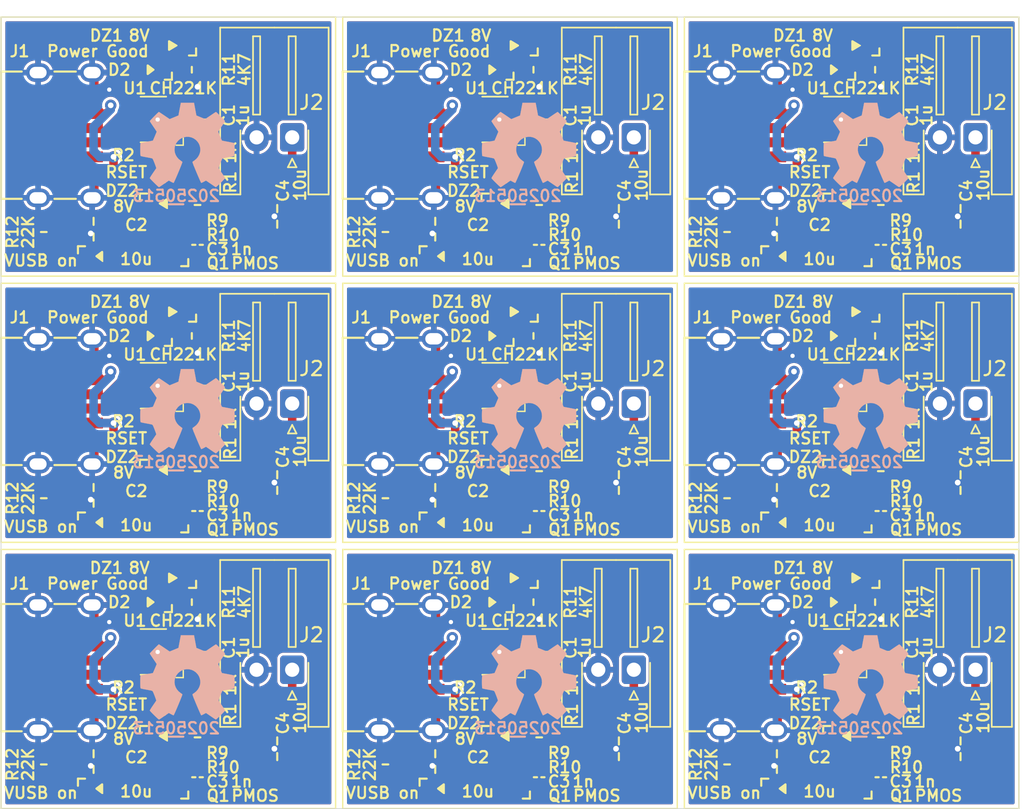
<source format=kicad_pcb>
(kicad_pcb (version 20241229) (generator "pcbnew") (generator_version "9.0")
  (layers (0 "F.Cu" mixed) (2 "B.Cu" mixed) (13 "F.Paste" user) (15 "B.Paste" user) (5 "F.SilkS" user "F.Silkscreen") (7 "B.SilkS" user "B.Silkscreen") (1 "F.Mask" user) (3 "B.Mask" user) (25 "Edge.Cuts" user))
  (net 0 "")
  (net 1 "GND")
  (net 2 "/VDD")
  (net 3 "/VBUS")
  (net 4 "Net-(DZ2-A)")
  (net 5 "/VOUT")
  (net 6 "/PG")
  (net 7 "Net-(DZ1-K)")
  (net 8 "Net-(D2-K)")
  (net 9 "Net-(D3-K)")
  (net 10 "/CC2")
  (net 11 "/CC1")
  (net 12 "Net-(U1-CFG)")
  (footprint "SquantorIC:SOT23-6-HAND" (layer "F.Cu") (at 147.4 69 180)
    (property "Reference" "U1")
    (property "Value" "CH221K")
  )
  (footprint "SquantorResistor:R_0603_hand" (layer "F.Cu") (at 126.5 56.3 -90)
    (property "Reference" "R10")
    (property "Value" "PD")
  )
  (footprint "SquantorDiodes:SOD-323-nexperia-hand" (layer "F.Cu") (at 100.15 56.2)
    (property "Reference" "DZ2")
    (property "Value" "8V")
  )
  (footprint "SquantorDiodes:LED_0603_hand" (layer "F.Cu") (at 147.2 46.8 180)
    (property "Reference" "D2")
    (property "Value" "Power Good")
  )
  (footprint "SquantorCapacitor:C_0805+0603" (layer "F.Cu") (at 126.5 69 -90)
    (property "Reference" "C1")
    (property "Value" "1u")
  )
  (footprint "SquantorResistor:R_0603_hand" (layer "F.Cu") (at 150.1 65.5 180)
    (property "Reference" "R11")
    (property "Value" "4K7")
  )
  (footprint "SquantorIC:SOT23-3" (layer "F.Cu") (at 124.05 77.6 180)
    (property "Reference" "Q1")
    (property "Value" "PMOS")
  )
  (footprint "SquantorResistor:R_0603_hand" (layer "F.Cu") (at 91.7 58.2 90)
    (property "Reference" "R12")
    (property "Value" "22K")
  )
  (footprint "Connector_JST:JST_XH_S2B-XH-A-1_1x02_P2.50mm_Horizontal" (layer "F.Cu") (at 133.15 32.85 180)
    (property "Reference" "J2")
    (property "Value" "Conn_01x02")
  )
  (footprint "SquantorResistor:R_0603_hand" (layer "F.Cu") (at 91.7 39.5 90)
    (property "Reference" "R12")
    (property "Value" "22K")
  )
  (footprint "SquantorDiodes:LED_0603_hand" (layer "F.Cu") (at 143.6 41.2)
    (property "Reference" "D3")
    (property "Value" "VUSB on")
  )
  (footprint "Connector_JST:JST_XH_S2B-XH-A-1_1x02_P2.50mm_Horizontal" (layer "F.Cu") (at 109.15 32.85 180)
    (property "Reference" "J2")
    (property "Value" "Conn_01x02")
  )
  (footprint "SquantorCapacitor:C_0805+0603" (layer "F.Cu") (at 102.5 50.3 -90)
    (property "Reference" "C1")
    (property "Value" "1u")
  )
  (footprint "SquantorResistor:R_0603_hand" (layer "F.Cu") (at 100.2 35.8 180)
    (property "Reference" "R9")
    (property "Value" "PU")
  )
  (footprint "SquantorResistor:R_0603_hand" (layer "F.Cu") (at 150.5 53.5 90)
    (property "Reference" "R1")
    (property "Value" "1K")
  )
  (footprint "SquantorDiodes:SOD-323-nexperia-hand" (layer "F.Cu") (at 100.7 45.1 180)
    (property "Reference" "DZ1")
    (property "Value" "8V")
  )
  (footprint "SquantorDiodes:SOD-323-nexperia-hand" (layer "F.Cu") (at 124.15 74.9)
    (property "Reference" "DZ2")
    (property "Value" "8V")
  )
  (footprint "SquantorDiodes:LED_0603_hand" (layer "F.Cu") (at 95.6 41.2)
    (property "Reference" "D3")
    (property "Value" "VUSB on")
  )
  (footprint "Connector_JST:JST_XH_S2B-XH-A-1_1x02_P2.50mm_Horizontal" (layer "F.Cu") (at 157.15 51.55 180)
    (property "Reference" "J2")
    (property "Value" "Conn_01x02")
  )
  (footprint "SquantorUsb:USB-C-HRO-31-M-17_aisler" (layer "F.Cu") (at 119.25 32.7 -90)
    (property "Reference" "J1")
    (property "Value" "USB-C_PD")
  )
  (footprint "SquantorResistor:R_0603_hand" (layer "F.Cu") (at 150.1 28.1 180)
    (property "Reference" "R11")
    (property "Value" "4K7")
  )
  (footprint "SquantorCapacitor:C_0603" (layer "F.Cu") (at 150.5 77.8 90)
    (property "Reference" "C3")
    (property "Value" "1n")
  )
  (footprint "SquantorIC:SOT23-6-HAND" (layer "F.Cu") (at 147.4 31.6 180)
    (property "Reference" "U1")
    (property "Value" "CH221K")
  )
  (footprint "SquantorResistor:R_0603_hand" (layer "F.Cu") (at 126.5 34.8 90)
    (property "Reference" "R1")
    (property "Value" "1K")
  )
  (footprint "SquantorCapacitor:C_0603" (layer "F.Cu") (at 102.5 40.4 90)
    (property "Reference" "C3")
    (property "Value" "1n")
  )
  (footprint "SquantorDiodes:LED_0603_hand" (layer "F.Cu") (at 123.2 46.8 180)
    (property "Reference" "D2")
    (property "Value" "Power Good")
  )
  (footprint "SquantorResistor:R_0603_hand" (layer "F.Cu") (at 124.2 35.8 180)
    (property "Reference" "R9")
    (property "Value" "PU")
  )
  (footprint "SquantorResistor:R_0603_hand" (layer "F.Cu") (at 102.5 72.2 90)
    (property "Reference" "R1")
    (property "Value" "1K")
  )
  (footprint "SquantorResistor:R_0603_hand" (layer "F.Cu") (at 147.4 71.5)
    (property "Reference" "R2")
    (property "Value" "RSET")
  )
  (footprint "SquantorCapacitor:C_0603" (layer "F.Cu") (at 102.5 59.1 90)
    (property "Reference" "C3")
    (property "Value" "1n")
  )
  (footprint "SquantorCapacitor:C_1206_0805" (layer "F.Cu") (at 156.1 75.8 180)
    (property "Reference" "C4")
    (property "Value" "10u")
  )
  (footprint "SquantorCapacitor:C_0603" (layer "F.Cu") (at 150.5 40.4 90)
    (property "Reference" "C3")
    (property "Value" "1n")
  )
  (footprint "SquantorResistor:R_0603_hand" (layer "F.Cu") (at 124.2 54.5 180)
    (property "Reference" "R9")
    (property "Value" "PU")
  )
  (footprint "SquantorCapacitor:C_1206_0805" (layer "F.Cu") (at 156.1 38.4 180)
    (property "Reference" "C4")
    (property "Value" "10u")
  )
  (footprint "SquantorDiodes:LED_0603_hand" (layer "F.Cu") (at 147.2 28.1 180)
    (property "Reference" "D2")
    (property "Value" "Power Good")
  )
  (footprint "SquantorResistor:R_0603_hand" (layer "F.Cu") (at 150.5 34.8 90)
    (property "Reference" "R1")
    (property "Value" "1K")
  )
  (footprint "SquantorDiodes:LED_0603_hand" (layer "F.Cu") (at 99.2 46.8 180)
    (property "Reference" "D2")
    (property "Value" "Power Good")
  )
  (footprint "SquantorCapacitor:C_1206_0805" (layer "F.Cu") (at 119.2 58 180)
    (property "Reference" "C2")
    (property "Value" "10u")
  )
  (footprint "SquantorUsb:USB-C-HRO-31-M-17_aisler" (layer "F.Cu") (at 143.25 51.4 -90)
    (property "Reference" "J1")
    (property "Value" "USB-C_PD")
  )
  (footprint "SquantorResistor:R_0603_hand" (layer "F.Cu") (at 147.4 34.1)
    (property "Reference" "R2")
    (property "Value" "RSET")
  )
  (footprint "SquantorResistor:R_0603_hand" (layer "F.Cu") (at 126.5 75 -90)
    (property "Reference" "R10")
    (property "Value" "PD")
  )
  (footprint "SquantorDiodes:SOD-323-nexperia-hand" (layer "F.Cu") (at 100.7 63.8 180)
    (property "Reference" "DZ1")
    (property "Value" "8V")
  )
  (footprint "SquantorIC:SOT23-3" (layer "F.Cu") (at 124.05 58.9 180)
    (property "Reference" "Q1")
    (property "Value" "PMOS")
  )
  (footprint "SquantorDiodes:SOD-323-nexperia-hand" (layer "F.Cu") (at 148.15 56.2)
    (property "Reference" "DZ2")
    (property "Value" "8V")
  )
  (footprint "Connector_JST:JST_XH_S2B-XH-A-1_1x02_P2.50mm_Horizontal" (layer "F.Cu") (at 109.15 51.55 180)
    (property "Reference" "J2")
    (property "Value" "Conn_01x02")
  )
  (footprint "SquantorDiodes:LED_0603_hand" (layer "F.Cu") (at 147.2 65.5 180)
    (property "Reference" "D2")
    (property "Value" "Power Good")
  )
  (footprint "SquantorDiodes:SOD-323-nexperia-hand" (layer "F.Cu") (at 124.7 45.1 180)
    (property "Reference" "DZ1")
    (property "Value" "8V")
  )
  (footprint "SquantorResistor:R_0603_hand" (layer "F.Cu") (at 126.1 46.8 180)
    (property "Reference" "R11")
    (property "Value" "4K7")
  )
  (footprint "SquantorCapacitor:C_0603" (layer "F.Cu") (at 102.5 77.8 90)
    (property "Reference" "C3")
    (property "Value" "1n")
  )
  (footprint "SquantorResistor:R_0603_hand" (layer "F.Cu") (at 124.2 73.2 180)
    (property "Reference" "R9")
    (property "Value" "PU")
  )
  (footprint "Connector_JST:JST_XH_S2B-XH-A-1_1x02_P2.50mm_Horizontal" (layer "F.Cu") (at 157.15 32.85 180)
    (property "Reference" "J2")
    (property "Value" "Conn_01x02")
  )
  (footprint "SquantorCapacitor:C_1206_0805" (layer "F.Cu") (at 143.2 39.3 180)
    (property "Reference" "C2")
    (property "Value" "10u")
  )
  (footprint "SquantorResistor:R_0603_hand" (layer "F.Cu") (at 126.1 28.1 180)
    (property "Reference" "R11")
    (property "Value" "4K7")
  )
  (footprint "SquantorDiodes:SOD-323-nexperia-hand" (layer "F.Cu") (at 124.7 63.8 180)
    (property "Reference" "DZ1")
    (property "Value" "8V")
  )
  (footprint "SquantorCapacitor:C_1206_0805" (layer "F.Cu") (at 95.2 58 180)
    (property "Reference" "C2")
    (property "Value" "10u")
  )
  (footprint "SquantorUsb:USB-C-HRO-31-M-17_aisler" (layer "F.Cu") (at 95.25 32.7 -90)
    (property "Reference" "J1")
    (property "Value" "USB-C_PD")
  )
  (footprint "SquantorCapacitor:C_1206_0805" (layer "F.Cu") (at 95.2 76.7 180)
    (property "Reference" "C2")
    (property "Value" "10u")
  )
  (footprint "SquantorDiodes:SOD-323-nexperia-hand" (layer "F.Cu") (at 148.7 45.1 180)
    (property "Reference" "DZ1")
    (property "Value" "8V")
  )
  (footprint "SquantorCapacitor:C_1206_0805" (layer "F.Cu") (at 108.1 38.4 180)
    (property "Reference" "C4")
    (property "Value" "10u")
  )
  (footprint "SquantorResistor:R_0603_hand" (layer "F.Cu") (at 99.4 71.5)
    (property "Reference" "R2")
    (property "Value" "RSET")
  )
  (footprint "SquantorResistor:R_0603_hand" (layer "F.Cu") (at 115.7 58.2 90)
    (property "Reference" "R12")
    (property "Value" "22K")
  )
  (footprint "SquantorResistor:R_0603_hand" (layer "F.Cu") (at 147.4 52.8)
    (property "Reference" "R2")
    (property "Value" "RSET")
  )
  (footprint "SquantorResistor:R_0603_hand" (layer "F.Cu") (at 115.7 76.9 90)
    (property "Reference" "R12")
    (property "Value" "22K")
  )
  (footprint "SquantorResistor:R_0603_hand" (layer "F.Cu") (at 150.1 46.8 180)
    (property "Reference" "R11")
    (property "Value" "4K7")
  )
  (footprint "SquantorCapacitor:C_1206_0805" (layer "F.Cu") (at 156.1 57.1 180)
    (property "Reference" "C4")
    (property "Value" "10u")
  )
  (footprint "SquantorDiodes:SOD-323-nexperia-hand" (layer "F.Cu") (at 100.15 37.5)
    (property "Reference" "DZ2")
    (property "Value" "8V")
  )
  (footprint "SquantorDiodes:SOD-323-nexperia-hand" (layer "F.Cu") (at 148.15 37.5)
    (property "Reference" "DZ2")
    (property "Value" "8V")
  )
  (footprint "SquantorIC:SOT23-3" (layer "F.Cu") (at 148.05 58.9 180)
    (property "Reference" "Q1")
    (property "Value" "PMOS")
  )
  (footprint "SquantorIC:SOT23-3" (layer "F.Cu") (at 100.05 40.2 180)
    (property "Reference" "Q1")
    (property "Value" "PMOS")
  )
  (footprint "SquantorResistor:R_0603_hand" (layer "F.Cu") (at 139.7 76.9 90)
    (property "Reference" "R12")
    (property "Value" "22K")
  )
  (footprint "SquantorResistor:R_0603_hand" (layer "F.Cu") (at 150.5 56.3 -90)
    (property "Reference" "R10")
    (property "Value" "PD")
  )
  (footprint "SquantorUsb:USB-C-HRO-31-M-17_aisler" (layer "F.Cu") (at 143.25 70.1 -90)
    (property "Reference" "J1")
    (property "Value" "USB-C_PD")
  )
  (footprint "SquantorResistor:R_0603_hand" (layer "F.Cu") (at 102.5 34.8 90)
    (property "Reference" "R1")
    (property "Value" "1K")
  )
  (footprint "Connector_JST:JST_XH_S2B-XH-A-1_1x02_P2.50mm_Horizontal" (layer "F.Cu") (at 133.15 51.55 180)
    (property "Reference" "J2")
    (property "Value" "Conn_01x02")
  )
  (footprint "SquantorResistor:R_0603_hand" (layer "F.Cu") (at 148.2 35.8 180)
    (property "Reference" "R9")
    (property "Value" "PU")
  )
  (footprint "SquantorResistor:R_0603_hand" (layer "F.Cu") (at 102.5 37.6 -90)
    (property "Reference" "R10")
    (property "Value" "PD")
  )
  (footprint "SquantorDiodes:SOD-323-nexperia-hand" (layer "F.Cu") (at 148.7 63.8 180)
    (property "Reference" "DZ1")
    (property "Value" "8V")
  )
  (footprint "SquantorIC:SOT23-3" (layer "F.Cu") (at 124.05 40.2 180)
    (property "Reference" "Q1")
    (property "Value" "PMOS")
  )
  (footprint "SquantorResistor:R_0603_hand" (layer "F.Cu") (at 148.2 54.5 180)
    (property "Reference" "R9")
    (property "Value" "PU")
  )
  (footprint "SquantorResistor:R_0603_hand" (layer "F.Cu") (at 115.7 39.5 90)
    (property "Reference" "R12")
    (property "Value" "22K")
  )
  (footprint "SquantorDiodes:SOD-323-nexperia-hand" (layer "F.Cu") (at 100.15 74.9)
    (property "Reference" "DZ2")
    (property "Value" "8V")
  )
  (footprint "Connector_JST:JST_XH_S2B-XH-A-1_1x02_P2.50mm_Horizontal" (layer "F.Cu") (at 157.15 70.25 180)
    (property "Reference" "J2")
    (property "Value" "Conn_01x02")
  )
  (footprint "SquantorResistor:R_0603_hand" (layer "F.Cu") (at 99.4 34.1)
    (property "Reference" "R2")
    (property "Value" "RSET")
  )
  (footprint "SquantorResistor:R_0603_hand" (layer "F.Cu") (at 150.5 37.6 -90)
    (property "Reference" "R10")
    (property "Value" "PD")
  )
  (footprint "SquantorCapacitor:C_0805+0603" (layer "F.Cu") (at 150.5 31.6 -90)
    (property "Reference" "C1")
    (property "Value" "1u")
  )
  (footprint "SquantorResistor:R_0603_hand" (layer "F.Cu") (at 100.2 54.5 180)
    (property "Reference" "R9")
    (property "Value" "PU")
  )
  (footprint "SquantorResistor:R_0603_hand" (layer "F.Cu") (at 102.5 56.3 -90)
    (property "Reference" "R10")
    (property "Value" "PD")
  )
  (footprint "SquantorCapacitor:C_1206_0805" (layer "F.Cu") (at 108.1 57.1 180)
    (property "Reference" "C4")
    (property "Value" "10u")
  )
  (footprint "SquantorResistor:R_0603_hand" (layer "F.Cu") (at 139.7 58.2 90)
    (property "Reference" "R12")
    (property "Value" "22K")
  )
  (footprint "SquantorCapacitor:C_1206_0805" (layer "F.Cu") (at 143.2 76.7 180)
    (property "Reference" "C2")
    (property "Value" "10u")
  )
  (footprint "SquantorUsb:USB-C-HRO-31-M-17_aisler" (layer "F.Cu") (at 95.25 51.4 -90)
    (property "Reference" "J1")
    (property "Value" "USB-C_PD")
  )
  (footprint "SquantorResistor:R_0603_hand" (layer "F.Cu") (at 100.2 73.2 180)
    (property "Reference" "R9")
    (property "Value" "PU")
  )
  (footprint "SquantorResistor:R_0603_hand" (layer "F.Cu") (at 102.1 65.5 180)
    (property "Reference" "R11")
    (property "Value" "4K7")
  )
  (footprint "SquantorCapacitor:C_1206_0805" (layer "F.Cu") (at 108.1 75.8 180)
    (property "Reference" "C4")
    (property "Value" "10u")
  )
  (footprint "SquantorIC:SOT23-6-HAND" (layer "F.Cu") (at 147.4 50.3 180)
    (property "Reference" "U1")
    (property "Value" "CH221K")
  )
  (footprint "SquantorCapacitor:C_0603" (layer "F.Cu") (at 126.5 77.8 90)
    (property "Reference" "C3")
    (property "Value" "1n")
  )
  (footprint "SquantorResistor:R_0603_hand" (layer "F.Cu") (at 123.4 34.1)
    (property "Reference" "R2")
    (property "Value" "RSET")
  )
  (footprint "SquantorResistor:R_0603_hand" (layer "F.Cu") (at 123.4 52.8)
    (property "Reference" "R2")
    (property "Value" "RSET")
  )
  (footprint "SquantorCapacitor:C_0805+0603" (layer "F.Cu") (at 102.5 31.6 -90)
    (property "Reference" "C1")
    (property "Value" "1u")
  )
  (footprint "SquantorIC:SOT23-6-HAND" (layer "F.Cu") (at 99.4 31.6 180)
    (property "Reference" "U1")
    (property "Value" "CH221K")
  )
  (footprint "SquantorResistor:R_0603_hand" (layer "F.Cu") (at 126.5 53.5 90)
    (property "Reference" "R1")
    (property "Value" "1K")
  )
  (footprint "SquantorDiodes:LED_0603_hand" (layer "F.Cu") (at 143.6 59.9)
    (property "Reference" "D3")
    (property "Value" "VUSB on")
  )
  (footprint "SquantorDiodes:LED_0603_hand" (layer "F.Cu") (at 95.6 59.9)
    (property "Reference" "D3")
    (property "Value" "VUSB on")
  )
  (footprint "SquantorDiodes:SOD-323-nexperia-hand" (layer "F.Cu") (at 148.7 26.4 180)
    (property "Reference" "DZ1")
    (property "Value" "8V")
  )
  (footprint "SquantorCapacitor:C_0805+0603" (layer "F.Cu") (at 150.5 50.3 -90)
    (property "Reference" "C1")
    (property "Value" "1u")
  )
  (footprint "SquantorDiodes:LED_0603_hand" (layer "F.Cu") (at 119.6 59.9)
    (property "Reference" "D3")
    (property "Value" "VUSB on")
  )
  (footprint "SquantorIC:SOT23-6-HAND" (layer "F.Cu") (at 123.4 50.3 180)
    (property "Reference" "U1")
    (property "Value" "CH221K")
  )
  (footprint "SquantorIC:SOT23-3" (layer "F.Cu") (at 100.05 77.6 180)
    (property "Reference" "Q1")
    (property "Value" "PMOS")
  )
  (footprint "SquantorResistor:R_0603_hand" (layer "F.Cu") (at 148.2 73.2 180)
    (property "Reference" "R9")
    (property "Value" "PU")
  )
  (footprint "SquantorCapacitor:C_1206_0805" (layer "F.Cu") (at 119.2 39.3 180)
    (property "Reference" "C2")
    (property "Value" "10u")
  )
  (footprint "SquantorIC:SOT23-6-HAND" (layer "F.Cu") (at 123.4 31.6 180)
    (property "Reference" "U1")
    (property "Value" "CH221K")
  )
  (footprint "SquantorDiodes:LED_0603_hand" (layer "F.Cu") (at 123.2 65.5 180)
    (property "Reference" "D2")
    (property "Value" "Power Good")
  )
  (footprint "SquantorUsb:USB-C-HRO-31-M-17_aisler" (layer "F.Cu") (at 119.25 51.4 -90)
    (property "Reference" "J1")
    (property "Value" "USB-C_PD")
  )
  (footprint "SquantorResistor:R_0603_hand" (layer "F.Cu") (at 102.1 28.1 180)
    (property "Reference" "R11")
    (property "Value" "4K7")
  )
  (footprint "SquantorCapacitor:C_1206_0805" (layer "F.Cu") (at 95.2 39.3 180)
    (property "Reference" "C2")
    (property "Value" "10u")
  )
  (footprint "SquantorCapacitor:C_0805+0603" (layer "F.Cu") (at 102.5 69 -90)
    (property "Reference" "C1")
    (property "Value" "1u")
  )
  (footprint "Connector_JST:JST_XH_S2B-XH-A-1_1x02_P2.50mm_Horizontal" (layer "F.Cu") (at 133.15 70.25 180)
    (property "Reference" "J2")
    (property "Value" "Conn_01x02")
  )
  (footprint "SquantorIC:SOT23-3" (layer "F.Cu") (at 100.05 58.9 180)
    (property "Reference" "Q1")
    (property "Value" "PMOS")
  )
  (footprint "SquantorCapacitor:C_0603" (layer "F.Cu") (at 126.5 59.1 90)
    (property "Reference" "C3")
    (property "Value" "1n")
  )
  (footprint "SquantorIC:SOT23-3" (layer "F.Cu") (at 148.05 77.6 180)
    (property "Reference" "Q1")
    (property "Value" "PMOS")
  )
  (footprint "SquantorIC:SOT23-6-HAND" (layer "F.Cu") (at 123.4 69 180)
    (property "Reference" "U1")
    (property "Value" "CH221K")
  )
  (footprint "SquantorDiodes:SOD-323-nexperia-hand" (layer "F.Cu") (at 124.15 56.2)
    (property "Reference" "DZ2")
    (property "Value" "8V")
  )
  (footprint "SquantorDiodes:SOD-323-nexperia-hand" (layer "F.Cu") (at 124.15 37.5)
    (property "Reference" "DZ2")
    (property "Value" "8V")
  )
  (footprint "SquantorIC:SOT23-6-HAND" (layer "F.Cu") (at 99.4 69 180)
    (property "Reference" "U1")
    (property "Value" "CH221K")
  )
  (footprint "SquantorCapacitor:C_1206_0805" (layer "F.Cu") (at 132.1 75.8 180)
    (property "Reference" "C4")
    (property "Value" "10u")
  )
  (footprint "SquantorResistor:R_0603_hand" (layer "F.Cu") (at 123.4 71.5)
    (property "Reference" "R2")
    (property "Value" "RSET")
  )
  (footprint "Connector_JST:JST_XH_S2B-XH-A-1_1x02_P2.50mm_Horizontal" (layer "F.Cu") (at 109.15 70.25 180)
    (property "Reference" "J2")
    (property "Value" "Conn_01x02")
  )
  (footprint "SquantorCapacitor:C_0603" (layer "F.Cu") (at 126.5 40.4 90)
    (property "Reference" "C3")
    (property "Value" "1n")
  )
  (footprint "SquantorCapacitor:C_0603" (layer "F.Cu") (at 150.5 59.1 90)
    (property "Reference" "C3")
    (property "Value" "1n")
  )
  (footprint "SquantorResistor:R_0603_hand" (layer "F.Cu") (at 126.5 72.2 90)
    (property "Reference" "R1")
    (property "Value" "1K")
  )
  (footprint "SquantorIC:SOT23-3" (layer "F.Cu") (at 148.05 40.2 180)
    (property "Reference" "Q1")
    (property "Value" "PMOS")
  )
  (footprint "SquantorDiodes:SOD-323-nexperia-hand" (layer "F.Cu") (at 148.15 74.9)
    (property "Reference" "DZ2")
    (property "Value" "8V")
  )
  (footprint "SquantorDiodes:LED_0603_hand" (layer "F.Cu") (at 95.6 78.6)
    (property "Reference" "D3")
    (property "Value" "VUSB on")
  )
  (footprint "SquantorDiodes:SOD-323-nexperia-hand" (layer "F.Cu") (at 124.7 26.4 180)
    (property "Reference" "DZ1")
    (property "Value" "8V")
  )
  (footprint "SquantorDiodes:LED_0603_hand" (layer "F.Cu") (at 123.2 28.1 180)
    (property "Reference" "D2")
    (property "Value" "Power Good")
  )
  (footprint "SquantorResistor:R_0603_hand" (layer "F.Cu") (at 91.7 76.9 90)
    (property "Reference" "R12")
    (property "Value" "22K")
  )
  (footprint "SquantorIC:SOT23-6-HAND" (layer "F.Cu") (at 99.4 50.3 180)
    (property "Reference" "U1")
    (property "Value" "CH221K")
  )
  (footprint "SquantorDiodes:SOD-323-nexperia-hand" (layer "F.Cu") (at 100.7 26.4 180)
    (property "Reference" "DZ1")
    (property "Value" "8V")
  )
  (footprint "SquantorDiodes:LED_0603_hand" (layer "F.Cu") (at 99.2 28.1 180)
    (property "Reference" "D2")
    (property "Value" "Power Good")
  )
  (footprint "SquantorUsb:USB-C-HRO-31-M-17_aisler" (layer "F.Cu") (at 143.25 32.7 -90)
    (property "Reference" "J1")
    (property "Value" "USB-C_PD")
  )
  (footprint "SquantorDiodes:LED_0603_hand" (layer "F.Cu") (at 119.6 41.2)
    (property "Reference" "D3")
    (property "Value" "VUSB on")
  )
  (footprint "SquantorResistor:R_0603_hand" (layer "F.Cu") (at 102.5 75 -90)
    (property "Reference" "R10")
    (property "Value" "PD")
  )
  (footprint "SquantorDiodes:LED_0603_hand" (layer "F.Cu") (at 143.6 78.6)
    (property "Reference" "D3")
    (property "Value" "VUSB on")
  )
  (footprint "SquantorResistor:R_0603_hand" (layer "F.Cu") (at 102.5 53.5 90)
    (property "Reference" "R1")
    (property "Value" "1K")
  )
  (footprint "SquantorResistor:R_0603_hand" (layer "F.Cu") (at 150.5 72.2 90)
    (property "Reference" "R1")
    (property "Value" "1K")
  )
  (footprint "SquantorUsb:USB-C-HRO-31-M-17_aisler" (layer "F.Cu") (at 95.25 70.1 -90)
    (property "Reference" "J1")
    (property "Value" "USB-C_PD")
  )
  (footprint "SquantorCapacitor:C_1206_0805" (layer "F.Cu") (at 143.2 58 180)
    (property "Reference" "C2")
    (property "Value" "10u")
  )
  (footprint "SquantorResistor:R_0603_hand" (layer "F.Cu") (at 99.4 52.8)
    (property "Reference" "R2")
    (property "Value" "RSET")
  )
  (footprint "SquantorResistor:R_0603_hand" (layer "F.Cu") (at 126.1 65.5 180)
    (property "Reference" "R11")
    (property "Value" "4K7")
  )
  (footprint "SquantorResistor:R_0603_hand" (layer "F.Cu") (at 126.5 37.6 -90)
    (property "Reference" "R10")
    (property "Value" "PD")
  )
  (footprint "SquantorResistor:R_0603_hand" (layer "F.Cu") (at 102.1 46.8 180)
    (property "Reference" "R11")
    (property "Value" "4K7")
  )
  (footprint "SquantorResistor:R_0603_hand" (layer "F.Cu") (at 139.7 39.5 90)
    (property "Reference" "R12")
    (property "Value" "22K")
  )
  (footprint "SquantorDiodes:LED_0603_hand" (layer "F.Cu") (at 99.2 65.5 180)
    (property "Reference" "D2")
    (property "Value" "Power Good")
  )
  (footprint "SquantorUsb:USB-C-HRO-31-M-17_aisler" (layer "F.Cu") (at 119.25 70.1 -90)
    (property "Reference" "J1")
    (property "Value" "USB-C_PD")
  )
  (footprint "SquantorResistor:R_0603_hand" (layer "F.Cu") (at 150.5 75 -90)
    (property "Reference" "R10")
    (property "Value" "PD")
  )
  (footprint "SquantorCapacitor:C_0805+0603" (layer "F.Cu") (at 126.5 31.6 -90)
    (property "Reference" "C1")
    (property "Value" "1u")
  )
  (footprint "SquantorCapacitor:C_0805+0603" (layer "F.Cu") (at 126.5 50.3 -90)
    (property "Reference" "C1")
    (property "Value" "1u")
  )
  (footprint "SquantorCapacitor:C_0805+0603" (layer "F.Cu") (at 150.5 69 -90)
    (property "Reference" "C1")
    (property "Value" "1u")
  )
  (footprint "SquantorCapacitor:C_1206_0805" (layer "F.Cu") (at 132.1 38.4 180)
    (property "Reference" "C4")
    (property "Value" "10u")
  )
  (footprint "SquantorDiodes:LED_0603_hand" (layer "F.Cu") (at 119.6 78.6)
    (property "Reference" "D3")
    (property "Value" "VUSB on")
  )
  (footprint "SquantorCapacitor:C_1206_0805" (layer "F.Cu") (at 119.2 76.7 180)
    (property "Reference" "C2")
    (property "Value" "10u")
  )
  (footprint "SquantorCapacitor:C_1206_0805" (layer "F.Cu") (at 132.1 57.1 180)
    (property "Reference" "C4")
    (property "Value" "10u")
  )
  (footprint "SquantorLabels:Label_Generic" (layer "B.Cu") (at 101 55.65 180)
    (property "Reference" "N1" (hide yes))
    (property "Value" "20250513")
  )
  (footprint "Symbol:OSHW-Symbol_6.7x6mm_SilkScreen" (layer "B.Cu") (at 101.8 52.1 180)
    (property "Reference" "N2" (hide yes))
    (property "Value" "OHWLOGO" (hide yes))
  )
  (footprint "SquantorLabels:Label_Generic" (layer "B.Cu") (at 101 74.35 180)
    (property "Reference" "N1" (hide yes))
    (property "Value" "20250513")
  )
  (footprint "SquantorLabels:Label_Generic" (layer "B.Cu") (at 149 74.35 180)
    (property "Reference" "N1" (hide yes))
    (property "Value" "20250513")
  )
  (footprint "Symbol:OSHW-Symbol_6.7x6mm_SilkScreen" (layer "B.Cu") (at 149.8 33.4 180)
    (property "Reference" "N2" (hide yes))
    (property "Value" "OHWLOGO" (hide yes))
  )
  (footprint "Symbol:OSHW-Symbol_6.7x6mm_SilkScreen" (layer "B.Cu") (at 125.8 52.1 180)
    (property "Reference" "N2" (hide yes))
    (property "Value" "OHWLOGO" (hide yes))
  )
  (footprint "SquantorLabels:Label_Generic" (layer "B.Cu") (at 101 36.95 180)
    (property "Reference" "N1" (hide yes))
    (property "Value" "20250513")
  )
  (footprint "Symbol:OSHW-Symbol_6.7x6mm_SilkScreen" (layer "B.Cu") (at 101.8 33.4 180)
    (property "Reference" "N2" (hide yes))
    (property "Value" "OHWLOGO" (hide yes))
  )
  (footprint "SquantorLabels:Label_Generic" (layer "B.Cu") (at 125 55.65 180)
    (property "Reference" "N1" (hide yes))
    (property "Value" "20250513")
  )
  (footprint "SquantorLabels:Label_Generic" (layer "B.Cu") (at 125 36.95 180)
    (property "Reference" "N1" (hide yes))
    (property "Value" "20250513")
  )
  (footprint "Symbol:OSHW-Symbol_6.7x6mm_SilkScreen" (layer "B.Cu") (at 125.8 70.8 180)
    (property "Reference" "N2" (hide yes))
    (property "Value" "OHWLOGO" (hide yes))
  )
  (footprint "SquantorLabels:Label_Generic" (layer "B.Cu") (at 149 55.65 180)
    (property "Reference" "N1" (hide yes))
    (property "Value" "20250513")
  )
  (footprint "Symbol:OSHW-Symbol_6.7x6mm_SilkScreen" (layer "B.Cu") (at 149.8 52.1 180)
    (property "Reference" "N2" (hide yes))
    (property "Value" "OHWLOGO" (hide yes))
  )
  (footprint "Symbol:OSHW-Symbol_6.7x6mm_SilkScreen" (layer "B.Cu") (at 125.8 33.4 180)
    (property "Reference" "N2" (hide yes))
    (property "Value" "OHWLOGO" (hide yes))
  )
  (footprint "Symbol:OSHW-Symbol_6.7x6mm_SilkScreen" (layer "B.Cu") (at 149.8 70.8 180)
    (property "Reference" "N2" (hide yes))
    (property "Value" "OHWLOGO" (hide yes))
  )
  (footprint "Symbol:OSHW-Symbol_6.7x6mm_SilkScreen" (layer "B.Cu") (at 101.8 70.8 180)
    (property "Reference" "N2" (hide yes))
    (property "Value" "OHWLOGO" (hide yes))
  )
  (footprint "SquantorLabels:Label_Generic" (layer "B.Cu") (at 149 36.95 180)
    (property "Reference" "N1" (hide yes))
    (property "Value" "20250513")
  )
  (footprint "SquantorLabels:Label_Generic" (layer "B.Cu") (at 125 74.35 180)
    (property "Reference" "N1" (hide yes))
    (property "Value" "20250513")
  )
  (gr_line (start 112.7 43.1) (end 136.2 43.1) (stroke (width 0.1)) (layer "F.SilkS"))
  (gr_line (start 112.7 61.3) (end 112.7 43.1) (stroke (width 0.1)) (layer "F.SilkS"))
  (gr_line (start 136.7 61.8) (end 160.2 61.8) (stroke (width 0.1)) (layer "F.SilkS"))
  (gr_line (start 136.2 24.4) (end 136.2 42.6) (stroke (width 0.1)) (layer "F.SilkS"))
  (gr_line (start 136.2 61.8) (end 136.2 80) (stroke (width 0.1)) (layer "F.SilkS"))
  (gr_line (start 88.7 61.8) (end 112.2 61.8) (stroke (width 0.1)) (layer "F.SilkS"))
  (gr_line (start 160.2 61.8) (end 160.2 80) (stroke (width 0.1)) (layer "F.SilkS"))
  (gr_line (start 136.7 24.4) (end 160.2 24.4) (stroke (width 0.1)) (layer "F.SilkS"))
  (gr_line (start 160.2 80) (end 136.7 80) (stroke (width 0.1)) (layer "F.SilkS"))
  (gr_line (start 88.7 24.4) (end 112.2 24.4) (stroke (width 0.1)) (layer "F.SilkS"))
  (gr_line (start 88.7 43.1) (end 112.2 43.1) (stroke (width 0.1)) (layer "F.SilkS"))
  (gr_line (start 112.7 80) (end 112.7 61.8) (stroke (width 0.1)) (layer "F.SilkS"))
  (gr_line (start 88.7 61.3) (end 88.7 43.1) (stroke (width 0.1)) (layer "F.SilkS"))
  (gr_line (start 136.7 43.1) (end 160.2 43.1) (stroke (width 0.1)) (layer "F.SilkS"))
  (gr_line (start 136.7 61.3) (end 136.7 43.1) (stroke (width 0.1)) (layer "F.SilkS"))
  (gr_line (start 136.2 43.1) (end 136.2 61.3) (stroke (width 0.1)) (layer "F.SilkS"))
  (gr_line (start 136.2 80) (end 112.7 80) (stroke (width 0.1)) (layer "F.SilkS"))
  (gr_line (start 160.2 43.1) (end 160.2 61.3) (stroke (width 0.1)) (layer "F.SilkS"))
  (gr_line (start 112.2 80) (end 88.7 80) (stroke (width 0.1)) (layer "F.SilkS"))
  (gr_line (start 112.7 42.6) (end 112.7 24.4) (stroke (width 0.1)) (layer "F.SilkS"))
  (gr_line (start 136.7 42.6) (end 136.7 24.4) (stroke (width 0.1)) (layer "F.SilkS"))
  (gr_line (start 160.2 61.3) (end 136.7 61.3) (stroke (width 0.1)) (layer "F.SilkS"))
  (gr_line (start 160.2 42.6) (end 136.7 42.6) (stroke (width 0.1)) (layer "F.SilkS"))
  (gr_line (start 136.7 80) (end 136.7 61.8) (stroke (width 0.1)) (layer "F.SilkS"))
  (gr_line (start 112.2 24.4) (end 112.2 42.6) (stroke (width 0.1)) (layer "F.SilkS"))
  (gr_line (start 88.7 42.6) (end 88.7 24.4) (stroke (width 0.1)) (layer "F.SilkS"))
  (gr_line (start 160.2 24.4) (end 160.2 42.6) (stroke (width 0.1)) (layer "F.SilkS"))
  (gr_line (start 112.2 43.1) (end 112.2 61.3) (stroke (width 0.1)) (layer "F.SilkS"))
  (gr_line (start 112.2 61.8) (end 112.2 80) (stroke (width 0.1)) (layer "F.SilkS"))
  (gr_line (start 88.7 80) (end 88.7 61.8) (stroke (width 0.1)) (layer "F.SilkS"))
  (gr_line (start 112.2 42.6) (end 88.7 42.6) (stroke (width 0.1)) (layer "F.SilkS"))
  (gr_line (start 112.7 24.4) (end 136.2 24.4) (stroke (width 0.1)) (layer "F.SilkS"))
  (gr_line (start 112.7 61.8) (end 136.2 61.8) (stroke (width 0.1)) (layer "F.SilkS"))
  (gr_line (start 112.2 61.3) (end 88.7 61.3) (stroke (width 0.1)) (layer "F.SilkS"))
  (gr_line (start 136.2 61.3) (end 112.7 61.3) (stroke (width 0.1)) (layer "F.SilkS"))
  (gr_line (start 136.2 42.6) (end 112.7 42.6) (stroke (width 0.1)) (layer "F.SilkS"))
  (gr_line (start 160.2 24.4) (end 160.2 80) (stroke (width 0.05)) (layer "Edge.Cuts"))
  (gr_line (start 160.2 80) (end 88.7 80) (stroke (width 0.05)) (layer "Edge.Cuts"))
  (gr_line (start 88.7 80) (end 88.7 24.4) (stroke (width 0.05)) (layer "Edge.Cuts"))
  (gr_line (start 88.7 24.4) (end 160.2 24.4) (stroke (width 0.05)) (layer "Edge.Cuts"))
  (segment (start 148.6 50.3) (end 149.6 50.3) (width 0.4) (layer "F.Cu") (net 1))
  (segment (start 102.5 31.55) (end 102.5 30.675) (width 0.4) (layer "F.Cu") (net 1))
  (segment (start 119.25 28.45) (end 119.1 28.3) (width 0.6) (layer "F.Cu") (net 1))
  (segment (start 102.5 68.95) (end 102.5 68.075) (width 0.4) (layer "F.Cu") (net 1))
  (segment (start 101.6 69) (end 101.65 68.95) (width 0.4) (layer "F.Cu") (net 1))
  (segment (start 101.65 68.95) (end 102.5 68.95) (width 0.4) (layer "F.Cu") (net 1))
  (segment (start 101.6 31.6) (end 101.65 31.55) (width 0.4) (layer "F.Cu") (net 1))
  (segment (start 125.6 69) (end 125.65 68.95) (width 0.4) (layer "F.Cu") (net 1))
  (segment (start 143.25 29.95) (end 143.25 28.45) (width 0.6) (layer "F.Cu") (net 1))
  (segment (start 124.6 50.3) (end 125.6 50.3) (width 0.4) (layer "F.Cu") (net 1))
  (segment (start 143.25 54.15) (end 143.25 55.65) (width 0.6) (layer "F.Cu") (net 1))
  (segment (start 124.6 69) (end 125.6 69) (width 0.4) (layer "F.Cu") (net 1))
  (segment (start 143.25 48.65) (end 143.25 47.15) (width 0.6) (layer "F.Cu") (net 1))
  (segment (start 149.6 31.6) (end 149.65 31.55) (width 0.4) (layer "F.Cu") (net 1))
  (segment (start 143.25 72.85) (end 143.25 74.35) (width 0.6) (layer "F.Cu") (net 1))
  (segment (start 143.25 35.45) (end 143.25 36.95) (width 0.6) (layer "F.Cu") (net 1))
  (segment (start 95.25 65.85) (end 95.1 65.7) (width 0.6) (layer "F.Cu") (net 1))
  (segment (start 150.5 50.25) (end 150.5 49.375) (width 0.4) (layer "F.Cu") (net 1))
  (segment (start 149.65 31.55) (end 150.5 31.55) (width 0.4) (layer "F.Cu") (net 1))
  (segment (start 119.25 48.65) (end 119.25 47.15) (width 0.6) (layer "F.Cu") (net 1))
  (segment (start 149.65 68.95) (end 150.5 68.95) (width 0.4) (layer "F.Cu") (net 1))
  (segment (start 119.25 65.85) (end 119.1 65.7) (width 0.6) (layer "F.Cu") (net 1))
  (segment (start 150.5 31.55) (end 150.5 30.675) (width 0.4) (layer "F.Cu") (net 1))
  (segment (start 148.6 31.6) (end 149.6 31.6) (width 0.4) (layer "F.Cu") (net 1))
  (segment (start 95.25 72.85) (end 95.25 74.35) (width 0.6) (layer "F.Cu") (net 1))
  (segment (start 100.6 31.6) (end 101.6 31.6) (width 0.4) (layer "F.Cu") (net 1))
  (segment (start 150.5 68.95) (end 150.5 68.075) (width 0.4) (layer "F.Cu") (net 1))
  (segment (start 95.25 48.65) (end 95.25 47.15) (width 0.6) (layer "F.Cu") (net 1))
  (segment (start 143.25 47.15) (end 143.1 47) (width 0.6) (layer "F.Cu") (net 1))
  (segment (start 119.25 54.15) (end 119.25 55.65) (width 0.6) (layer "F.Cu") (net 1))
  (segment (start 101.6 50.3) (end 101.65 50.25) (width 0.4) (layer "F.Cu") (net 1))
  (segment (start 124.6 31.6) (end 125.6 31.6) (width 0.4) (layer "F.Cu") (net 1))
  (segment (start 119.25 72.85) (end 119.25 74.35) (width 0.6) (layer "F.Cu") (net 1))
  (segment (start 101.65 50.25) (end 102.5 50.25) (width 0.4) (layer "F.Cu") (net 1))
  (segment (start 100.6 69) (end 101.6 69) (width 0.4) (layer "F.Cu") (net 1))
  (segment (start 143.25 65.85) (end 143.1 65.7) (width 0.6) (layer "F.Cu") (net 1))
  (segment (start 125.6 31.6) (end 125.65 31.55) (width 0.4) (layer "F.Cu") (net 1))
  (segment (start 119.25 36.95) (end 119.1 37.1) (width 0.6) (layer "F.Cu") (net 1))
  (segment (start 148.6 69) (end 149.6 69) (width 0.4) (layer "F.Cu") (net 1))
  (segment (start 143.25 55.65) (end 143.1 55.8) (width 0.6) (layer "F.Cu") (net 1))
  (segment (start 95.25 28.45) (end 95.1 28.3) (width 0.6) (layer "F.Cu") (net 1))
  (segment (start 125.6 50.3) (end 125.65 50.25) (width 0.4) (layer "F.Cu") (net 1))
  (segment (start 143.25 74.35) (end 143.1 74.5) (width 0.6) (layer "F.Cu") (net 1))
  (segment (start 95.25 54.15) (end 95.25 55.65) (width 0.6) (layer "F.Cu") (net 1))
  (segment (start 119.25 74.35) (end 119.1 74.5) (width 0.6) (layer "F.Cu") (net 1))
  (segment (start 119.25 35.45) (end 119.25 36.95) (width 0.6) (layer "F.Cu") (net 1))
  (segment (start 101.65 31.55) (end 102.5 31.55) (width 0.4) (layer "F.Cu") (net 1))
  (segment (start 143.25 67.35) (end 143.25 65.85) (width 0.6) (layer "F.Cu") (net 1))
  (segment (start 95.25 67.35) (end 95.25 65.85) (width 0.6) (layer "F.Cu") (net 1))
  (segment (start 95.25 55.65) (end 95.1 55.8) (width 0.6) (layer "F.Cu") (net 1))
  (segment (start 126.5 68.95) (end 126.5 68.075) (width 0.4) (layer "F.Cu") (net 1))
  (segment (start 126.5 50.25) (end 126.5 49.375) (width 0.4) (layer "F.Cu") (net 1))
  (segment (start 143.25 36.95) (end 143.1 37.1) (width 0.6) (layer "F.Cu") (net 1))
  (segment (start 125.65 50.25) (end 126.5 50.25) (width 0.4) (layer "F.Cu") (net 1))
  (segment (start 95.25 29.95) (end 95.25 28.45) (width 0.6) (layer "F.Cu") (net 1))
  (segment (start 95.25 47.15) (end 95.1 47) (width 0.6) (layer "F.Cu") (net 1))
  (segment (start 100.6 50.3) (end 101.6 50.3) (width 0.4) (layer "F.Cu") (net 1))
  (segment (start 102.5 50.25) (end 102.5 49.375) (width 0.4) (layer "F.Cu") (net 1))
  (segment (start 119.25 47.15) (end 119.1 47) (width 0.6) (layer "F.Cu") (net 1))
  (segment (start 149.6 50.3) (end 149.65 50.25) (width 0.4) (layer "F.Cu") (net 1))
  (segment (start 95.25 35.45) (end 95.25 36.95) (width 0.6) (layer "F.Cu") (net 1))
  (segment (start 143.25 28.45) (end 143.1 28.3) (width 0.6) (layer "F.Cu") (net 1))
  (segment (start 126.5 31.55) (end 126.5 30.675) (width 0.4) (layer "F.Cu") (net 1))
  (segment (start 125.65 68.95) (end 126.5 68.95) (width 0.4) (layer "F.Cu") (net 1))
  (segment (start 95.25 36.95) (end 95.1 37.1) (width 0.6) (layer "F.Cu") (net 1))
  (segment (start 119.25 55.65) (end 119.1 55.8) (width 0.6) (layer "F.Cu") (net 1))
  (segment (start 119.25 67.35) (end 119.25 65.85) (width 0.6) (layer "F.Cu") (net 1))
  (segment (start 149.6 69) (end 149.65 68.95) (width 0.4) (layer "F.Cu") (net 1))
  (segment (start 119.25 29.95) (end 119.25 28.45) (width 0.6) (layer "F.Cu") (net 1))
  (segment (start 125.65 31.55) (end 126.5 31.55) (width 0.4) (layer "F.Cu") (net 1))
  (segment (start 95.25 74.35) (end 95.1 74.5) (width 0.6) (layer "F.Cu") (net 1))
  (segment (start 149.65 50.25) (end 150.5 50.25) (width 0.4) (layer "F.Cu") (net 1))
  (via (at 131.9 57.1) (size 0.8) (drill 0.4) (layers "F.Cu" "B.Cu") (net 1))
  (via (at 143 58.3) (size 0.8) (drill 0.4) (layers "F.Cu" "B.Cu") (net 1))
  (via (at 99.7 69) (size 0.7) (drill 0.3) (layers "F.Cu" "B.Cu") (net 1))
  (via (at 123.7 69) (size 0.7) (drill 0.3) (layers "F.Cu" "B.Cu") (net 1))
  (via (at 126.5 29.3) (size 0.8) (drill 0.4) (layers "F.Cu" "B.Cu") (net 1))
  (via (at 99.7 50.3) (size 0.7) (drill 0.3) (layers "F.Cu" "B.Cu") (net 1))
  (via (at 107.9 38.4) (size 0.8) (drill 0.4) (layers "F.Cu" "B.Cu") (net 1))
  (via (at 155.9 38.4) (size 0.8) (drill 0.4) (layers "F.Cu" "B.Cu") (net 1))
  (via (at 119 77) (size 0.8) (drill 0.4) (layers "F.Cu" "B.Cu") (net 1))
  (via (at 126.5 48) (size 0.8) (drill 0.4) (layers "F.Cu" "B.Cu") (net 1))
  (via (at 144.3 29.5) (size 0.7) (drill 0.3) (layers "F.Cu" "B.Cu") (net 1))
  (via (at 147.7 50.3) (size 0.7) (drill 0.3) (layers "F.Cu" "B.Cu") (net 1))
  (via (at 95 77) (size 0.8) (drill 0.4) (layers "F.Cu" "B.Cu") (net 1))
  (via (at 144.3 48.2) (size 0.7) (drill 0.3) (layers "F.Cu" "B.Cu") (net 1))
  (via (at 123.7 50.3) (size 0.7) (drill 0.3) (layers "F.Cu" "B.Cu") (net 1))
  (via (at 150.5 29.3) (size 0.8) (drill 0.4) (layers "F.Cu" "B.Cu") (net 1))
  (via (at 102.5 66.7) (size 0.8) (drill 0.4) (layers "F.Cu" "B.Cu") (net 1))
  (via (at 123.7 31.6) (size 0.7) (drill 0.3) (layers "F.Cu" "B.Cu") (net 1))
  (via (at 119 58.3) (size 0.8) (drill 0.4) (layers "F.Cu" "B.Cu") (net 1))
  (via (at 155.9 57.1) (size 0.8) (drill 0.4) (layers "F.Cu" "B.Cu") (net 1))
  (via (at 96.3 48.2) (size 0.7) (drill 0.3) (layers "F.Cu" "B.Cu") (net 1))
  (via (at 96.3 66.9) (size 0.7) (drill 0.3) (layers "F.Cu" "B.Cu") (net 1))
  (via (at 131.9 38.4) (size 0.8) (drill 0.4) (layers "F.Cu" "B.Cu") (net 1))
  (via (at 120.3 66.9) (size 0.7) (drill 0.3) (layers "F.Cu" "B.Cu") (net 1))
  (via (at 107.9 75.8) (size 0.8) (drill 0.4) (layers "F.Cu" "B.Cu") (net 1))
  (via (at 119 39.6) (size 0.8) (drill 0.4) (layers "F.Cu" "B.Cu") (net 1))
  (via (at 95 58.3) (size 0.8) (drill 0.4) (layers "F.Cu" "B.Cu") (net 1))
  (via (at 150.5 66.7) (size 0.8) (drill 0.4) (layers "F.Cu" "B.Cu") (net 1))
  (via (at 147.7 31.6) (size 0.7) (drill 0.3) (layers "F.Cu" "B.Cu") (net 1))
  (via (at 150.5 48) (size 0.8) (drill 0.4) (layers "F.Cu" "B.Cu") (net 1))
  (via (at 99.7 31.6) (size 0.7) (drill 0.3) (layers "F.Cu" "B.Cu") (net 1))
  (via (at 102.5 48) (size 0.8) (drill 0.4) (layers "F.Cu" "B.Cu") (net 1))
  (via (at 143 39.6) (size 0.8) (drill 0.4) (layers "F.Cu" "B.Cu") (net 1))
  (via (at 143 77) (size 0.8) (drill 0.4) (layers "F.Cu" "B.Cu") (net 1))
  (via (at 126.5 66.7) (size 0.8) (drill 0.4) (layers "F.Cu" "B.Cu") (net 1))
  (via (at 144.3 66.9) (size 0.7) (drill 0.3) (layers "F.Cu" "B.Cu") (net 1))
  (via (at 131.9 75.8) (size 0.8) (drill 0.4) (layers "F.Cu" "B.Cu") (net 1))
  (via (at 107.9 57.1) (size 0.8) (drill 0.4) (layers "F.Cu" "B.Cu") (net 1))
  (via (at 120.3 48.2) (size 0.7) (drill 0.3) (layers "F.Cu" "B.Cu") (net 1))
  (via (at 120.3 29.5) (size 0.7) (drill 0.3) (layers "F.Cu" "B.Cu") (net 1))
  (via (at 95 39.6) (size 0.8) (drill 0.4) (layers "F.Cu" "B.Cu") (net 1))
  (via (at 147.7 69) (size 0.7) (drill 0.3) (layers "F.Cu" "B.Cu") (net 1))
  (via (at 96.3 29.5) (size 0.7) (drill 0.3) (layers "F.Cu" "B.Cu") (net 1))
  (via (at 155.9 75.8) (size 0.8) (drill 0.4) (layers "F.Cu" "B.Cu") (net 1))
  (via (at 102.5 29.3) (size 0.8) (drill 0.4) (layers "F.Cu" "B.Cu") (net 1))
  (segment (start 101.15 33.95) (end 102.5 33.95) (width 0.4) (layer "F.Cu") (net 2))
  (segment (start 127.5 65.5) (end 127.7 65.7) (width 0.2) (layer "F.Cu") (net 2))
  (segment (start 101.15 52.65) (end 102.5 52.65) (width 0.4) (layer "F.Cu") (net 2))
  (segment (start 101 71.5) (end 101.15 71.35) (width 0.4) (layer "F.Cu") (net 2))
  (segment (start 149.675 32.525) (end 149.65 32.55) (width 0.4) (layer "F.Cu") (net 2))
  (segment (start 125.65 69.95) (end 124.6 69.95) (width 0.4) (layer "F.Cu") (net 2))
  (segment (start 125 34.1) (end 125.15 33.95) (width 0.4) (layer "F.Cu") (net 2))
  (segment (start 103.7 47) (end 103.7 50.9) (width 0.2) (layer "F.Cu") (net 2))
  (segment (start 149.15 71.35) (end 150.5 71.35) (width 0.4) (layer "F.Cu") (net 2))
  (segment (start 151.375 51.225) (end 150.5 51.225) (width 0.2) (layer "F.Cu") (net 2))
  (segment (start 127.375 51.225) (end 126.5 51.225) (width 0.2) (layer "F.Cu") (net 2))
  (segment (start 101.65 32.55) (end 100.6 32.55) (width 0.4) (layer "F.Cu") (net 2))
  (segment (start 126.5 33.95) (end 126.5 32.525) (width 0.4) (layer "F.Cu") (net 2))
  (segment (start 127.5 46.8) (end 127.7 47) (width 0.2) (layer "F.Cu") (net 2))
  (segment (start 125.675 69.925) (end 125.65 69.95) (width 0.4) (layer "F.Cu") (net 2))
  (segment (start 151.5 65.5) (end 151.7 65.7) (width 0.2) (layer "F.Cu") (net 2))
  (segment (start 101.65 51.25) (end 100.6 51.25) (width 0.4) (layer "F.Cu") (net 2))
  (segment (start 150.5 51.225) (end 149.675 51.225) (width 0.4) (layer "F.Cu") (net 2))
  (segment (start 151.375 69.925) (end 150.5 69.925) (width 0.2) (layer "F.Cu") (net 2))
  (segment (start 101.675 69.925) (end 101.65 69.95) (width 0.4) (layer "F.Cu") (net 2))
  (segment (start 124.25 71.5) (end 125 71.5) (width 0.4) (layer "F.Cu") (net 2))
  (segment (start 125 52.8) (end 125.15 52.65) (width 0.4) (layer "F.Cu") (net 2))
  (segment (start 103.7 50.9) (end 103.375 51.225) (width 0.2) (layer "F.Cu") (net 2))
  (segment (start 151.7 28.3) (end 151.7 32.2) (width 0.2) (layer "F.Cu") (net 2))
  (segment (start 125.65 51.25) (end 124.6 51.25) (width 0.4) (layer "F.Cu") (net 2))
  (segment (start 125.65 32.55) (end 124.6 32.55) (width 0.4) (layer "F.Cu") (net 2))
  (segment (start 148.25 71.5) (end 149 71.5) (width 0.4) (layer "F.Cu") (net 2))
  (segment (start 126.5 52.65) (end 126.5 51.225) (width 0.4) (layer "F.Cu") (net 2))
  (segment (start 102.5 69.925) (end 101.675 69.925) (width 0.4) (layer "F.Cu") (net 2))
  (segment (start 103.5 28.1) (end 103.7 28.3) (width 0.2) (layer "F.Cu") (net 2))
  (segment (start 103.375 51.225) (end 102.5 51.225) (width 0.2) (layer "F.Cu") (net 2))
  (segment (start 127.7 47) (end 127.7 50.9) (width 0.2) (layer "F.Cu") (net 2))
  (segment (start 149.65 51.25) (end 148.6 51.25) (width 0.4) (layer "F.Cu") (net 2))
  (segment (start 151.7 47) (end 151.7 50.9) (width 0.2) (layer "F.Cu") (net 2))
  (segment (start 149 52.8) (end 149.15 52.65) (width 0.4) (layer "F.Cu") (net 2))
  (segment (start 150.5 71.35) (end 150.5 69.925) (width 0.4) (layer "F.Cu") (net 2))
  (segment (start 126.5 71.35) (end 126.5 69.925) (width 0.4) (layer "F.Cu") (net 2))
  (segment (start 148.25 52.8) (end 149 52.8) (width 0.4) (layer "F.Cu") (net 2))
  (segment (start 125.15 52.65) (end 126.5 52.65) (width 0.4) (layer "F.Cu") (net 2))
  (segment (start 150.95 65.5) (end 151.5 65.5) (width 0.2) (layer "F.Cu") (net 2))
  (segment (start 127.375 69.925) (end 126.5 69.925) (width 0.2) (layer "F.Cu") (net 2))
  (segment (start 125 71.5) (end 125.15 71.35) (width 0.4) (layer "F.Cu") (net 2))
  (segment (start 103.5 65.5) (end 103.7 65.7) (width 0.2) (layer "F.Cu") (net 2))
  (segment (start 125.675 51.225) (end 125.65 51.25) (width 0.4) (layer "F.Cu") (net 2))
  (segment (start 100.25 34.1) (end 101 34.1) (width 0.4) (layer "F.Cu") (net 2))
  (segment (start 103.5 46.8) (end 103.7 47) (width 0.2) (layer "F.Cu") (net 2))
  (segment (start 151.7 50.9) (end 151.375 51.225) (width 0.2) (layer "F.Cu") (net 2))
  (segment (start 151.5 46.8) (end 151.7 47) (width 0.2) (layer "F.Cu") (net 2))
  (segment (start 102.5 51.225) (end 101.675 51.225) (width 0.4) (layer "F.Cu") (net 2))
  (segment (start 101 52.8) (end 101.15 52.65) (width 0.4) (layer "F.Cu") (net 2))
  (segment (start 127.7 65.7) (end 127.7 69.6) (width 0.2) (layer "F.Cu") (net 2))
  (segment (start 150.5 69.925) (end 149.675 69.925) (width 0.4) (layer "F.Cu") (net 2))
  (segment (start 102.5 32.525) (end 101.675 32.525) (width 0.4) (layer "F.Cu") (net 2))
  (segment (start 100.25 71.5) (end 101 71.5) (width 0.4) (layer "F.Cu") (net 2))
  (segment (start 151.375 32.525) (end 150.5 32.525) (width 0.2) (layer "F.Cu") (net 2))
  (segment (start 103.7 69.6) (end 103.375 69.925) (width 0.2) (layer "F.Cu") (net 2))
  (segment (start 103.7 65.7) (end 103.7 69.6) (width 0.2) (layer "F.Cu") (net 2))
  (segment (start 148.25 34.1) (end 149 34.1) (width 0.4) (layer "F.Cu") (net 2))
  (segment (start 124.25 34.1) (end 125 34.1) (width 0.4) (layer "F.Cu") (net 2))
  (segment (start 149.15 33.95) (end 150.5 33.95) (width 0.4) (layer "F.Cu") (net 2))
  (segment (start 151.7 32.2) (end 151.375 32.525) (width 0.2) (layer "F.Cu") (net 2))
  (segment (start 124.25 52.8) (end 125 52.8) (width 0.4) (layer "F.Cu") (net 2))
  (segment (start 150.5 32.525) (end 149.675 32.525) (width 0.4) (layer "F.Cu") (net 2))
  (segment (start 125.675 32.525) (end 125.65 32.55) (width 0.4) (layer "F.Cu") (net 2))
  (segment (start 103.7 28.3) (end 103.7 32.2) (width 0.2) (layer "F.Cu") (net 2))
  (segment (start 102.5 71.35) (end 102.5 69.925) (width 0.4) (layer "F.Cu") (net 2))
  (segment (start 151.5 28.1) (end 151.7 28.3) (width 0.2) (layer "F.Cu") (net 2))
  (segment (start 149 71.5) (end 149.15 71.35) (width 0.4) (layer "F.Cu") (net 2))
  (segment (start 102.95 65.5) (end 103.5 65.5) (width 0.2) (layer "F.Cu") (net 2))
  (segment (start 149.15 52.65) (end 150.5 52.65) (width 0.4) (layer "F.Cu") (net 2))
  (segment (start 103.7 32.2) (end 103.375 32.525) (width 0.2) (layer "F.Cu") (net 2))
  (segment (start 103.375 32.525) (end 102.5 32.525) (width 0.2) (layer "F.Cu") (net 2))
  (segment (start 102.95 28.1) (end 103.5 28.1) (width 0.2) (layer "F.Cu") (net 2))
  (segment (start 149.65 32.55) (end 148.6 32.55) (width 0.4) (layer "F.Cu") (net 2))
  (segment (start 127.375 32.525) (end 126.5 32.525) (width 0.2) (layer "F.Cu") (net 2))
  (segment (start 102.95 46.8) (end 103.5 46.8) (width 0.2) (layer "F.Cu") (net 2))
  (segment (start 150.5 33.95) (end 150.5 32.525) (width 0.4) (layer "F.Cu") (net 2))
  (segment (start 127.7 28.3) (end 127.7 32.2) (width 0.2) (layer "F.Cu") (net 2))
  (segment (start 127.7 50.9) (end 127.375 51.225) (width 0.2) (layer "F.Cu") (net 2))
  (segment (start 127.7 32.2) (end 127.375 32.525) (width 0.2) (layer "F.Cu") (net 2))
  (segment (start 126.95 28.1) (end 127.5 28.1) (width 0.2) (layer "F.Cu") (net 2))
  (segment (start 125.15 71.35) (end 126.5 71.35) (width 0.4) (layer "F.Cu") (net 2))
  (segment (start 150.5 52.65) (end 150.5 51.225) (width 0.4) (layer "F.Cu") (net 2))
  (segment (start 151.7 65.7) (end 151.7 69.6) (width 0.2) (layer "F.Cu") (net 2))
  (segment (start 127.5 28.1) (end 127.7 28.3) (width 0.2) (layer "F.Cu") (net 2))
  (segment (start 150.95 28.1) (end 151.5 28.1) (width 0.2) (layer "F.Cu") (net 2))
  (segment (start 102.5 33.95) (end 102.5 32.525) (width 0.4) (layer "F.Cu") (net 2))
  (segment (start 149 34.1) (end 149.15 33.95) (width 0.4) (layer "F.Cu") (net 2))
  (segment (start 126.95 65.5) (end 127.5 65.5) (width 0.2) (layer "F.Cu") (net 2))
  (segment (start 101.15 71.35) (end 102.5 71.35) (width 0.4) (layer "F.Cu") (net 2))
  (segment (start 101 34.1) (end 101.15 33.95) (width 0.4) (layer "F.Cu") (net 2))
  (segment (start 101.675 51.225) (end 101.65 51.25) (width 0.4) (layer "F.Cu") (net 2))
  (segment (start 150.95 46.8) (end 151.5 46.8) (width 0.2) (layer "F.Cu") (net 2))
  (segment (start 151.7 69.6) (end 151.375 69.925) (width 0.2) (layer "F.Cu") (net 2))
  (segment (start 101.65 69.95) (end 100.6 69.95) (width 0.4) (layer "F.Cu") (net 2))
  (segment (start 127.7 69.6) (end 127.375 69.925) (width 0.2) (layer "F.Cu") (net 2))
  (segment (start 125.15 33.95) (end 126.5 33.95) (width 0.4) (layer "F.Cu") (net 2))
  (segment (start 101.675 32.525) (end 101.65 32.55) (width 0.4) (layer "F.Cu") (net 2))
  (segment (start 149.675 51.225) (end 149.65 51.25) (width 0.4) (layer "F.Cu") (net 2))
  (segment (start 102.5 52.65) (end 102.5 51.225) (width 0.4) (layer "F.Cu") (net 2))
  (segment (start 149.65 69.95) (end 148.6 69.95) (width 0.4) (layer "F.Cu") (net 2))
  (segment (start 100.25 52.8) (end 101 52.8) (width 0.4) (layer "F.Cu") (net 2))
  (segment (start 149.675 69.925) (end 149.65 69.95) (width 0.4) (layer "F.Cu") (net 2))
  (segment (start 126.95 46.8) (end 127.5 46.8) (width 0.2) (layer "F.Cu") (net 2))
  (segment (start 126.5 51.225) (end 125.675 51.225) (width 0.4) (layer "F.Cu") (net 2))
  (segment (start 126.5 69.925) (end 125.675 69.925) (width 0.4) (layer "F.Cu") (net 2))
  (segment (start 103.375 69.925) (end 102.5 69.925) (width 0.2) (layer "F.Cu") (net 2))
  (segment (start 126.5 32.525) (end 125.675 32.525) (width 0.4) (layer "F.Cu") (net 2))
  (segment (start 123.35 35.15) (end 123.55 34.95) (width 0.4) (layer "F.Cu") (net 3))
  (segment (start 96.6 71.62) (end 96.6 76.55) (width 0.6) (layer "F.Cu") (net 3))
  (segment (start 99.35 55.25) (end 99.1 55.5) (width 0.4) (layer "F.Cu") (net 3))
  (segment (start 147.05 77.6) (end 147.05 75.95) (width 0.4) (layer "F.Cu") (net 3))
  (segment (start 99.1 74.2) (end 99.1 74.9) (width 0.4) (layer "F.Cu") (net 3))
  (segment (start 147.55 53.65) (end 149.55 53.65) (width 0.4) (layer "F.Cu") (net 3))
  (segment (start 123.1 75.9) (end 123.1 74.9) (width 0.4) (layer "F.Cu") (net 3))
  (segment (start 123.05 38.55) (end 123.1 38.5) (width 0.4) (layer "F.Cu") (net 3))
  (segment (start 123.05 58.9) (end 122.4 58.9) (width 0.6) (layer "F.Cu") (net 3))
  (segment (start 150.25 73.05) (end 150.5 73.05) (width 0.4) (layer "F.Cu") (net 3))
  (segment (start 144.4 49.58) (end 144.1 49.88) (width 0.6) (layer "F.Cu") (net 3))
  (segment (start 96.6 57.85) (end 96.45 58) (width 0.6) (layer "F.Cu") (net 3))
  (segment (start 96.6 34.22) (end 95.25 34.22) (width 0.6) (layer "F.Cu") (net 3))
  (segment (start 123.55 72.35) (end 125.55 72.35) (width 0.4) (layer "F.Cu") (net 3))
  (segment (start 99.05 58.9) (end 99.05 57.25) (width 0.4) (layer "F.Cu") (net 3))
  (segment (start 120.6 52.92) (end 119.25 52.92) (width 0.6) (layer "F.Cu") (net 3))
  (segment (start 99.05 57.25) (end 99.1 57.2) (width 0.4) (layer "F.Cu") (net 3))
  (segment (start 123.1 74.2) (end 123.1 74.9) (width 0.4) (layer "F.Cu") (net 3))
  (segment (start 120.6 52.92) (end 120.6 57.85) (width 0.6) (layer "F.Cu") (net 3))
  (segment (start 97.5 58) (end 96.45 58) (width 0.6) (layer "F.Cu") (net 3))
  (segment (start 147.35 54.5) (end 147.35 53.85) (width 0.4) (layer "F.Cu") (net 3))
  (segment (start 149.55 72.35) (end 150.25 73.05) (width 0.4) (layer "F.Cu") (net 3))
  (segment (start 96.1 49.88) (end 95.25 49.88) (width 0.6) (layer "F.Cu") (net 3))
  (segment (start 99.55 34.95) (end 101.55 34.95) (width 0.4) (layer "F.Cu") (net 3))
  (segment (start 96.6 52.92) (end 96.6 57.85) (width 0.6) (layer "F.Cu") (net 3))
  (segment (start 147.35 73.2) (end 147.35 73.95) (width 0.4) (layer "F.Cu") (net 3))
  (segment (start 123.35 53.85) (end 123.55 53.65) (width 0.4) (layer "F.Cu") (net 3))
  (segment (start 123.05 58.9) (end 123.05 57.25) (width 0.4) (layer "F.Cu") (net 3))
  (segment (start 147.55 34.95) (end 149.55 34.95) (width 0.4) (layer "F.Cu") (net 3))
  (segment (start 121.5 58) (end 120.45 58) (width 0.6) (layer "F.Cu") (net 3))
  (segment (start 120.6 39.15) (end 120.45 39.3) (width 0.6) (layer "F.Cu") (net 3))
  (segment (start 101.55 53.65) (end 102.25 54.35) (width 0.4) (layer "F.Cu") (net 3))
  (segment (start 99.1 55.5) (end 99.1 56.2) (width 0.4) (layer "F.Cu") (net 3))
  (segment (start 99.05 40.2) (end 98.4 40.2) (width 0.6) (layer "F.Cu") (net 3))
  (segment (start 123.35 35.8) (end 123.35 35.15) (width 0.4) (layer "F.Cu") (net 3))
  (segment (start 123.35 54.5) (end 123.35 53.85) (width 0.4) (layer "F.Cu") (net 3))
  (segment (start 147.35 72.55) (end 147.55 72.35) (width 0.4) (layer "F.Cu") (net 3))
  (segment (start 144.6 34.22) (end 143.25 34.22) (width 0.6) (layer "F.Cu") (net 3))
  (segment (start 120.1 68.58) (end 119.25 68.58) (width 0.6) (layer "F.Cu") (net 3))
  (segment (start 99.35 36.55) (end 99.1 36.8) (width 0.4) (layer "F.Cu") (net 3))
  (segment (start 147.35 55.25) (end 147.1 55.5) (width 0.4) (layer "F.Cu") (net 3))
  (segment (start 120.6 71.62) (end 120.6 76.55) (width 0.6) (layer "F.Cu") (net 3))
  (segment (start 144.4 49.3) (end 144.4 49.58) (width 0.6) (layer "F.Cu") (net 3))
  (segment (start 122.4 77.6) (end 121.5 76.7) (width 0.6) (layer "F.Cu") (net 3))
  (segment (start 120.6 57.85) (end 120.45 58) (width 0.6) (layer "F.Cu") (net 3))
  (segment (start 125.55 72.35) (end 126.25 73.05) (width 0.4) (layer "F.Cu") (net 3))
  (segment (start 99.05 38.55) (end 99.1 38.5) (width 0.4) (layer "F.Cu") (net 3))
  (segment (start 120.4 49.3) (end 120.4 49.58) (width 0.6) (layer "F.Cu") (net 3))
  (segment (start 96.6 39.15) (end 96.45 39.3) (width 0.6) (layer "F.Cu") (net 3))
  (segment (start 99.35 35.15) (end 99.55 34.95) (width 0.4) (layer "F.Cu") (net 3))
  (segment (start 147.05 40.2) (end 147.05 38.55) (width 0.4) (layer "F.Cu") (net 3))
  (segment (start 146.4 40.2) (end 145.5 39.3) (width 0.6) (layer "F.Cu") (net 3))
  (segment (start 147.35 36.55) (end 147.1 36.8) (width 0.4) (layer "F.Cu") (net 3))
  (segment (start 123.05 57.25) (end 123.1 57.2) (width 0.4) (layer "F.Cu") (net 3))
  (segment (start 144.6 52.92) (end 143.25 52.92) (width 0.6) (layer "F.Cu") (net 3))
  (segment (start 99.35 72.55) (end 99.55 72.35) (width 0.4) (layer "F.Cu") (net 3))
  (segment (start 145.5 39.3) (end 144.45 39.3) (width 0.6) (layer "F.Cu") (net 3))
  (segment (start 99.05 40.2) (end 99.05 38.55) (width 0.4) (layer "F.Cu") (net 3))
  (segment (start 123.1 38.5) (end 123.1 37.5) (width 0.4) (layer "F.Cu") (net 3))
  (segment (start 144.6 71.62) (end 144.6 76.55) (width 0.6) (layer "F.Cu") (net 3))
  (segment (start 123.55 34.95) (end 125.55 34.95) (width 0.4) (layer "F.Cu") (net 3))
  (segment (start 123.55 53.65) (end 125.55 53.65) (width 0.4) (layer "F.Cu") (net 3))
  (segment (start 144.1 31.18) (end 143.25 31.18) (width 0.6) (layer "F.Cu") (net 3))
  (segment (start 147.05 75.95) (end 147.1 75.9) (width 0.4) (layer "F.Cu") (net 3))
  (segment (start 125.55 53.65) (end 126.25 54.35) (width 0.4) (layer "F.Cu") (net 3))
  (segment (start 147.55 72.35) (end 149.55 72.35) (width 0.4) (layer "F.Cu") (net 3))
  (segment (start 99.05 77.6) (end 99.05 75.95) (width 0.4) (layer "F.Cu") (net 3))
  (segment (start 98.4 77.6) (end 97.5 76.7) (width 0.6) (layer "F.Cu") (net 3))
  (segment (start 144.6 71.62) (end 143.25 71.62) (width 0.6) (layer "F.Cu") (net 3))
  (segment (start 144.45 39.3) (end 144.45 41.2) (width 0.6) (layer "F.Cu") (net 3))
  (segment (start 126.25 73.05) (end 126.5 73.05) (width 0.4) (layer "F.Cu") (net 3))
  (segment (start 98.4 58.9) (end 97.5 58) (width 0.6) (layer "F.Cu") (net 3))
  (segment (start 96.6 71.62) (end 95.25 71.62) (width 0.6) (layer "F.Cu") (net 3))
  (segment (start 96.45 76.7) (end 96.45 78.6) (width 0.6) (layer "F.Cu") (net 3))
  (segment (start 99.35 53.85) (end 99.55 53.65) (width 0.4) (layer "F.Cu") (net 3))
  (segment (start 144.1 68.58) (end 143.25 68.58) (width 0.6) (layer "F.Cu") (net 3))
  (segment (start 149.55 53.65) (end 150.25 54.35) (width 0.4) (layer "F.Cu") (net 3))
  (segment (start 123.35 73.2) (end 123.35 72.55) (width 0.4) (layer "F.Cu") (net 3))
  (segment (start 147.1 36.8) (end 147.1 37.5) (width 0.4) (layer "F.Cu") (net 3))
  (segment (start 102.25 73.05) (end 102.5 73.05) (width 0.4) (layer "F.Cu") (net 3))
  (segment (start 121.5 76.7) (end 120.45 76.7) (width 0.6) (layer "F.Cu") (net 3))
  (segment (start 120.45 58) (end 120.45 59.9) (width 0.6) (layer "F.Cu") (net 3))
  (segment (start 144.45 76.7) (end 144.45 78.6) (width 0.6) (layer "F.Cu") (net 3))
  (segment (start 96.4 68.28) (end 96.1 68.58) (width 0.6) (layer "F.Cu") (net 3))
  (segment (start 147.1 75.9) (end 147.1 74.9) (width 0.4) (layer "F.Cu") (net 3))
  (segment (start 121.5 39.3) (end 120.45 39.3) (width 0.6) (layer "F.Cu") (net 3))
  (segment (start 99.1 36.8) (end 99.1 37.5) (width 0.4) (layer "F.Cu") (net 3))
  (segment (start 96.6 34.22) (end 96.6 39.15) (width 0.6) (layer "F.Cu") (net 3))
  (segment (start 147.05 38.55) (end 147.1 38.5) (width 0.4) (layer "F.Cu") (net 3))
  (segment (start 120.1 49.88) (end 119.25 49.88) (width 0.6) (layer "F.Cu") (net 3))
  (segment (start 96.1 68.58) (end 95.25 68.58) (width 0.6) (layer "F.Cu") (net 3))
  (segment (start 144.6 34.22) (end 144.6 39.15) (width 0.6) (layer "F.Cu") (net 3))
  (segment (start 120.6 34.22) (end 119.25 34.22) (width 0.6) (layer "F.Cu") (net 3))
  (segment (start 120.1 31.18) (end 119.25 31.18) (width 0.6) (layer "F.Cu") (net 3))
  (segment (start 123.05 40.2) (end 123.05 38.55) (width 0.4) (layer "F.Cu") (net 3))
  (segment (start 147.35 73.2) (end 147.35 72.55) (width 0.4) (layer "F.Cu") (net 3))
  (segment (start 99.05 77.6) (end 98.4 77.6) (width 0.6) (layer "F.Cu") (net 3))
  (segment (start 96.45 58) (end 96.45 59.9) (width 0.6) (layer "F.Cu") (net 3))
  (segment (start 147.1 57.2) (end 147.1 56.2) (width 0.4) (layer "F.Cu") (net 3))
  (segment (start 101.55 72.35) (end 102.25 73.05) (width 0.4) (layer "F.Cu") (net 3))
  (segment (start 99.05 58.9) (end 98.4 58.9) (width 0.6) (layer "F.Cu") (net 3))
  (segment (start 96.4 68) (end 96.4 68.28) (width 0.6) (layer "F.Cu") (net 3))
  (segment (start 123.35 73.2) (end 123.35 73.95) (width 0.4) (layer "F.Cu") (net 3))
  (segment (start 149.55 34.95) (end 150.25 35.65) (width 0.4) (layer "F.Cu") (net 3))
  (segment (start 99.35 54.5) (end 99.35 53.85) (width 0.4) (layer "F.Cu") (net 3))
  (segment (start 147.05 77.6) (end 146.4 77.6) (width 0.6) (layer "F.Cu") (net 3))
  (segment (start 120.4 30.6) (end 120.4 30.88) (width 0.6) (layer "F.Cu") (net 3))
  (segment (start 122.4 40.2) (end 121.5 39.3) (width 0.6) (layer "F.Cu") (net 3))
  (segment (start 99.55 72.35) (end 101.55 72.35) (width 0.4) (layer "F.Cu") (net 3))
  (segment (start 147.05 40.2) (end 146.4 40.2) (width 0.6) (layer "F.Cu") (net 3))
  (segment (start 99.35 73.2) (end 99.35 72.55) (width 0.4) (layer "F.Cu") (net 3))
  (segment (start 120.45 76.7) (end 120.45 78.6) (width 0.6) (layer "F.Cu") (net 3))
  (segment (start 123.35 55.25) (end 123.1 55.5) (width 0.4) (layer "F.Cu") (net 3))
  (segment (start 147.35 54.5) (end 147.35 55.25) (width 0.4) (layer "F.Cu") (net 3))
  (segment (start 147.05 57.25) (end 147.1 57.2) (width 0.4) (layer "F.Cu") (net 3))
  (segment (start 147.35 35.15) (end 147.55 34.95) (width 0.4) (layer "F.Cu") (net 3))
  (segment (start 120.4 68) (end 120.4 68.28) (width 0.6) (layer "F.Cu") (net 3))
  (segment (start 102.25 35.65) (end 102.5 35.65) (width 0.4) (layer "F.Cu") (net 3))
  (segment (start 99.35 35.8) (end 99.35 36.55) (width 0.4) (layer "F.Cu") (net 3))
  (segment (start 98.4 40.2) (end 97.5 39.3) (width 0.6) (layer "F.Cu") (net 3))
  (segment (start 144.4 30.6) (end 144.4 30.88) (width 0.6) (layer "F.Cu") (net 3))
  (segment (start 123.05 40.2) (end 122.4 40.2) (width 0.6) (layer "F.Cu") (net 3))
  (segment (start 144.4 68.28) (end 144.1 68.58) (width 0.6) (layer "F.Cu") (net 3))
  (segment (start 147.35 73.95) (end 147.1 74.2) (width 0.4) (layer "F.Cu") (net 3))
  (segment (start 97.5 76.7) (end 96.45 76.7) (width 0.6) (layer "F.Cu") (net 3))
  (segment (start 120.4 30.88) (end 120.1 31.18) (width 0.6) (layer "F.Cu") (net 3))
  (segment (start 123.1 55.5) (end 123.1 56.2) (width 0.4) (layer "F.Cu") (net 3))
  (segment (start 97.5 39.3) (end 96.45 39.3) (width 0.6) (layer "F.Cu") (net 3))
  (segment (start 144.4 68) (end 144.4 68.28) (width 0.6) (layer "F.Cu") (net 3))
  (segment (start 96.4 30.88) (end 96.1 31.18) (width 0.6) (layer "F.Cu") (net 3))
  (segment (start 147.35 35.8) (end 147.35 35.15) (width 0.4) (layer "F.Cu") (net 3))
  (segment (start 123.05 75.95) (end 123.1 75.9) (width 0.4) (layer "F.Cu") (net 3))
  (segment (start 99.35 54.5) (end 99.35 55.25) (width 0.4) (layer "F.Cu") (net 3))
  (segment (start 145.5 76.7) (end 144.45 76.7) (width 0.6) (layer "F.Cu") (net 3))
  (segment (start 123.35 73.95) (end 123.1 74.2) (width 0.4) (layer "F.Cu") (net 3))
  (segment (start 147.1 55.5) (end 147.1 56.2) (width 0.4) (layer "F.Cu") (net 3))
  (segment (start 123.1 36.8) (end 123.1 37.5) (width 0.4) (layer "F.Cu") (net 3))
  (segment (start 145.5 58) (end 144.45 58) (width 0.6) (layer "F.Cu") (net 3))
  (segment (start 125.55 34.95) (end 126.25 35.65) (width 0.4) (layer "F.Cu") (net 3))
  (segment (start 120.4 49.58) (end 120.1 49.88) (width 0.6) (layer "F.Cu") (net 3))
  (segment (start 99.1 57.2) (end 99.1 56.2) (width 0.4) (layer "F.Cu") (net 3))
  (segment (start 150.25 35.65) (end 150.5 35.65) (width 0.4) (layer "F.Cu") (net 3))
  (segment (start 144.6 57.85) (end 144.45 58) (width 0.6) (layer "F.Cu") (net 3))
  (segment (start 147.05 58.9) (end 146.4 58.9) (width 0.6) (layer "F.Cu") (net 3))
  (segment (start 147.35 35.8) (end 147.35 36.55) (width 0.4) (layer "F.Cu") (net 3))
  (segment (start 123.35 36.55) (end 123.1 36.8) (width 0.4) (layer "F.Cu") (net 3))
  (segment (start 147.35 53.85) (end 147.55 53.65) (width 0.4) (layer "F.Cu") (net 3))
  (segment (start 96.45 39.3) (end 96.45 41.2) (width 0.6) (layer "F.Cu") (net 3))
  (segment (start 96.4 49.3) (end 96.4 49.58) (width 0.6) (layer "F.Cu") (net 3))
  (segment (start 126.25 35.65) (end 126.5 35.65) (width 0.4) (layer "F.Cu") (net 3))
  (segment (start 150.25 54.35) (end 150.5 54.35) (width 0.4) (layer "F.Cu") (net 3))
  (segment (start 120.6 34.22) (end 120.6 39.15) (width 0.6) (layer "F.Cu") (net 3))
  (segment (start 99.35 73.95) (end 99.1 74.2) (width 0.4) (layer "F.Cu") (net 3))
  (segment (start 120.45 39.3) (end 120.45 41.2) (width 0.6) (layer "F.Cu") (net 3))
  (segment (start 123.35 35.8) (end 123.35 36.55) (width 0.4) (layer "F.Cu") (net 3))
  (segment (start 120.6 71.62) (end 119.25 71.62) (width 0.6) (layer "F.Cu") (net 3))
  (segment (start 146.4 58.9) (end 145.5 58) (width 0.6) (layer "F.Cu") (net 3))
  (segment (start 99.1 75.9) (end 99.1 74.9) (width 0.4) (layer "F.Cu") (net 3))
  (segment (start 123.05 77.6) (end 122.4 77.6) (width 0.6) (layer "F.Cu") (net 3))
  (segment (start 96.6 76.55) (end 96.45 76.7) (width 0.6) (layer "F.Cu") (net 3))
  (segment (start 99.55 53.65) (end 101.55 53.65) (width 0.4) (layer "F.Cu") (net 3))
  (segment (start 120.4 68.28) (end 120.1 68.58) (width 0.6) (layer "F.Cu") (net 3))
  (segment (start 99.35 73.2) (end 99.35 73.95) (width 0.4) (layer "F.Cu") (net 3))
  (segment (start 144.6 52.92) (end 144.6 57.85) (width 0.6) (layer "F.Cu") (net 3))
  (segment (start 120.6 76.55) (end 120.45 76.7) (width 0.6) (layer "F.Cu") (net 3))
  (segment (start 96.1 31.18) (end 95.25 31.18) (width 0.6) (layer "F.Cu") (net 3))
  (segment (start 101.55 34.95) (end 102.25 35.65) (width 0.4) (layer "F.Cu") (net 3))
  (segment (start 144.4 30.88) (end 144.1 31.18) (width 0.6) (layer "F.Cu") (net 3))
  (segment (start 147.1 38.5) (end 147.1 37.5) (width 0.4) (layer "F.Cu") (net 3))
  (segment (start 144.45 58) (end 144.45 59.9) (width 0.6) (layer "F.Cu") (net 3))
  (segment (start 96.4 30.6) (end 96.4 30.88) (width 0.6) (layer "F.Cu") (net 3))
  (segment (start 147.05 58.9) (end 147.05 57.25) (width 0.4) (layer "F.Cu") (net 3))
  (segment (start 99.35 35.8) (end 99.35 35.15) (width 0.4) (layer "F.Cu") (net 3))
  (segment (start 123.35 54.5) (end 123.35 55.25) (width 0.4) (layer "F.Cu") (net 3))
  (segment (start 99.05 75.95) (end 99.1 75.9) (width 0.4) (layer "F.Cu") (net 3))
  (segment (start 147.1 74.2) (end 147.1 74.9) (width 0.4) (layer "F.Cu") (net 3))
  (segment (start 126.25 54.35) (end 126.5 54.35) (width 0.4) (layer "F.Cu") (net 3))
  (segment (start 99.1 38.5) (end 99.1 37.5) (width 0.4) (layer "F.Cu") (net 3))
  (segment (start 123.1 57.2) (end 123.1 56.2) (width 0.4) (layer "F.Cu") (net 3))
  (segment (start 122.4 58.9) (end 121.5 58) (width 0.6) (layer "F.Cu") (net 3))
  (segment (start 123.05 77.6) (end 123.05 75.95) (width 0.4) (layer "F.Cu") (net 3))
  (segment (start 146.4 77.6) (end 145.5 76.7) (width 0.6) (layer "F.Cu") (net 3))
  (segment (start 102.25 54.35) (end 102.5 54.35) (width 0.4) (layer "F.Cu") (net 3))
  (segment (start 144.1 49.88) (end 143.25 49.88) (width 0.6) (layer "F.Cu") (net 3))
  (segment (start 96.4 49.58) (end 96.1 49.88) (width 0.6) (layer "F.Cu") (net 3))
  (segment (start 96.6 52.92) (end 95.25 52.92) (width 0.6) (layer "F.Cu") (net 3))
  (segment (start 123.35 72.55) (end 123.55 72.35) (width 0.4) (layer "F.Cu") (net 3))
  (segment (start 144.6 76.55) (end 144.45 76.7) (width 0.6) (layer "F.Cu") (net 3))
  (segment (start 144.6 39.15) (end 144.45 39.3) (width 0.6) (layer "F.Cu") (net 3))
  (via (at 96.6 71.62) (size 0.8) (drill 0.4) (layers "F.Cu" "B.Cu") (net 3))
  (via (at 144.4 30.6) (size 0.8) (drill 0.4) (layers "F.Cu" "B.Cu") (net 3))
  (via (at 120.6 34.22) (size 0.8) (drill 0.4) (layers "F.Cu" "B.Cu") (net 3))
  (via (at 120.4 30.6) (size 0.8) (drill 0.4) (layers "F.Cu" "B.Cu") (net 3))
  (via (at 96.6 34.22) (size 0.8) (drill 0.4) (layers "F.Cu" "B.Cu") (net 3))
  (via (at 144.6 52.92) (size 0.8) (drill 0.4) (layers "F.Cu" "B.Cu") (net 3))
  (via (at 144.4 49.3) (size 0.8) (drill 0.4) (layers "F.Cu" "B.Cu") (net 3))
  (via (at 120.6 52.92) (size 0.8) (drill 0.4) (layers "F.Cu" "B.Cu") (net 3))
  (via (at 144.4 68) (size 0.8) (drill 0.4) (layers "F.Cu" "B.Cu") (net 3))
  (via (at 120.4 68) (size 0.8) (drill 0.4) (layers "F.Cu" "B.Cu") (net 3))
  (via (at 96.4 68) (size 0.8) (drill 0.4) (layers "F.Cu" "B.Cu") (net 3))
  (via (at 96.4 49.3) (size 0.8) (drill 0.4) (layers "F.Cu" "B.Cu") (net 3))
  (via (at 96.6 52.92) (size 0.8) (drill 0.4) (layers "F.Cu" "B.Cu") (net 3))
  (via (at 120.6 71.62) (size 0.8) (drill 0.4) (layers "F.Cu" "B.Cu") (net 3))
  (via (at 144.6 34.22) (size 0.8) (drill 0.4) (layers "F.Cu" "B.Cu") (net 3))
  (via (at 144.6 71.62) (size 0.8) (drill 0.4) (layers "F.Cu" "B.Cu") (net 3))
  (via (at 120.4 49.3) (size 0.8) (drill 0.4) (layers "F.Cu" "B.Cu") (net 3))
  (via (at 96.4 30.6) (size 0.8) (drill 0.4) (layers "F.Cu" "B.Cu") (net 3))
  (segment (start 95.62 71.62) (end 95.2 71.2) (width 0.6) (layer "B.Cu") (net 3))
  (segment (start 144.6 34.22) (end 143.62 34.22) (width 0.6) (layer "B.Cu") (net 3))
  (segment (start 96.4 30.9) (end 96.4 30.6) (width 0.6) (layer "B.Cu") (net 3))
  (segment (start 119.62 52.92) (end 119.2 52.5) (width 0.6) (layer "B.Cu") (net 3))
  (segment (start 96.6 52.92) (end 95.62 52.92) (width 0.6) (layer "B.Cu") (net 3))
  (segment (start 144.4 30.9) (end 144.4 30.6) (width 0.6) (layer "B.Cu") (net 3))
  (segment (start 120.6 71.62) (end 119.62 71.62) (width 0.6) (layer "B.Cu") (net 3))
  (segment (start 95.2 50.8) (end 96.4 49.6) (width 0.6) (layer "B.Cu") (net 3))
  (segment (start 96.4 49.6) (end 96.4 49.3) (width 0.6) (layer "B.Cu") (net 3))
  (segment (start 144.6 52.92) (end 143.62 52.92) (width 0.6) (layer "B.Cu") (net 3))
  (segment (start 143.2 71.2) (end 143.2 69.5) (width 0.6) (layer "B.Cu") (net 3))
  (segment (start 144.4 68.3) (end 144.4 68) (width 0.6) (layer "B.Cu") (net 3))
  (segment (start 95.62 52.92) (end 95.2 52.5) (width 0.6) (layer "B.Cu") (net 3))
  (segment (start 119.2 33.8) (end 119.2 32.1) (width 0.6) (layer "B.Cu") (net 3))
  (segment (start 120.6 52.92) (end 119.62 52.92) (width 0.6) (layer "B.Cu") (net 3))
  (segment (start 143.2 33.8) (end 143.2 32.1) (width 0.6) (layer "B.Cu") (net 3))
  (segment (start 143.2 52.5) (end 143.2 50.8) (width 0.6) (layer "B.Cu") (net 3))
  (segment (start 96.4 68.3) (end 96.4 68) (width 0.6) (layer "B.Cu") (net 3))
  (segment (start 120.4 68.3) (end 120.4 68) (width 0.6) (layer "B.Cu") (net 3))
  (segment (start 144.6 71.62) (end 143.62 71.62) (width 0.6) (layer "B.Cu") (net 3))
  (segment (start 95.2 71.2) (end 95.2 69.5) (width 0.6) (layer "B.Cu") (net 3))
  (segment (start 143.62 71.62) (end 143.2 71.2) (width 0.6) (layer "B.Cu") (net 3))
  (segment (start 119.2 69.5) (end 120.4 68.3) (width 0.6) (layer "B.Cu") (net 3))
  (segment (start 120.4 49.6) (end 120.4 49.3) (width 0.6) (layer "B.Cu") (net 3))
  (segment (start 120.6 34.22) (end 119.62 34.22) (width 0.6) (layer "B.Cu") (net 3))
  (segment (start 119.2 52.5) (end 119.2 50.8) (width 0.6) (layer "B.Cu") (net 3))
  (segment (start 144.4 49.6) (end 144.4 49.3) (width 0.6) (layer "B.Cu") (net 3))
  (segment (start 143.2 50.8) (end 144.4 49.6) (width 0.6) (layer "B.Cu") (net 3))
  (segment (start 119.2 71.2) (end 119.2 69.5) (width 0.6) (layer "B.Cu") (net 3))
  (segment (start 143.62 34.22) (end 143.2 33.8) (width 0.6) (layer "B.Cu") (net 3))
  (segment (start 95.2 32.1) (end 96.4 30.9) (width 0.6) (layer "B.Cu") (net 3))
  (segment (start 119.2 32.1) (end 120.4 30.9) (width 0.6) (layer "B.Cu") (net 3))
  (segment (start 143.2 69.5) (end 144.4 68.3) (width 0.6) (layer "B.Cu") (net 3))
  (segment (start 96.6 34.22) (end 95.62 34.22) (width 0.6) (layer "B.Cu") (net 3))
  (segment (start 120.4 30.9) (end 120.4 30.6) (width 0.6) (layer "B.Cu") (net 3))
  (segment (start 95.2 33.8) (end 95.2 32.1) (width 0.6) (layer "B.Cu") (net 3))
  (segment (start 95.2 69.5) (end 96.4 68.3) (width 0.6) (layer "B.Cu") (net 3))
  (segment (start 119.62 34.22) (end 119.2 33.8) (width 0.6) (layer "B.Cu") (net 3))
  (segment (start 95.2 52.5) (end 95.2 50.8) (width 0.6) (layer "B.Cu") (net 3))
  (segment (start 119.62 71.62) (end 119.2 71.2) (width 0.6) (layer "B.Cu") (net 3))
  (segment (start 143.2 32.1) (end 144.4 30.9) (width 0.6) (layer "B.Cu") (net 3))
  (segment (start 143.62 52.92) (end 143.2 52.5) (width 0.6) (layer "B.Cu") (net 3))
  (segment (start 96.6 71.62) (end 95.62 71.62) (width 0.6) (layer "B.Cu") (net 3))
  (segment (start 95.62 34.22) (end 95.2 33.8) (width 0.6) (layer "B.Cu") (net 3))
  (segment (start 119.2 50.8) (end 120.4 49.6) (width 0.6) (layer "B.Cu") (net 3))
  (segment (start 126.5 39.65) (end 126.5 38.45) (width 0.2) (layer "F.Cu") (net 4))
  (segment (start 101.95 39.65) (end 102.5 39.65) (width 0.2) (layer "F.Cu") (net 4))
  (segment (start 149.05 73.85) (end 149.2 74) (width 0.2) (layer "F.Cu") (net 4))
  (segment (start 101.95 77.05) (end 102.5 77.05) (width 0.2) (layer "F.Cu") (net 4))
  (segment (start 101.05 55.15) (end 101.2 55.3) (width 0.2) (layer "F.Cu") (net 4))
  (segment (start 149.55 57.95) (end 149.95 58.35) (width 0.2) (layer "F.Cu") (net 4))
  (segment (start 101.05 57.95) (end 101.55 57.95) (width 0.2) (layer "F.Cu") (net 4))
  (segment (start 101.05 39.25) (end 101.55 39.25) (width 0.2) (layer "F.Cu") (net 4))
  (segment (start 149.95 39.65) (end 150.5 39.65) (width 0.2) (layer "F.Cu") (net 4))
  (segment (start 125.55 75.85) (end 126.5 75.85) (width 0.2) (layer "F.Cu") (net 4))
  (segment (start 125.05 39.25) (end 125.55 39.25) (width 0.2) (layer "F.Cu") (net 4))
  (segment (start 102.5 39.65) (end 102.5 38.45) (width 0.2) (layer "F.Cu") (net 4))
  (segment (start 149.55 76.65) (end 149.95 77.05) (width 0.2) (layer "F.Cu") (net 4))
  (segment (start 125.95 58.35) (end 126.5 58.35) (width 0.2) (layer "F.Cu") (net 4))
  (segment (start 101.2 74.9) (end 101.2 75.5) (width 0.2) (layer "F.Cu") (net 4))
  (segment (start 101.2 56.8) (end 101.55 57.15) (width 0.2) (layer "F.Cu") (net 4))
  (segment (start 149.05 35.8) (end 149.05 36.45) (width 0.2) (layer "F.Cu") (net 4))
  (segment (start 101.55 38.45) (end 102.5 38.45) (width 0.2) (layer "F.Cu") (net 4))
  (segment (start 125.2 55.3) (end 125.2 56.2) (width 0.2) (layer "F.Cu") (net 4))
  (segment (start 149.2 74) (end 149.2 74.9) (width 0.2) (layer "F.Cu") (net 4))
  (segment (start 101.2 37.5) (end 101.2 38.1) (width 0.2) (layer "F.Cu") (net 4))
  (segment (start 125.05 36.45) (end 125.2 36.6) (width 0.2) (layer "F.Cu") (net 4))
  (segment (start 101.55 39.25) (end 101.95 39.65) (width 0.2) (layer "F.Cu") (net 4))
  (segment (start 125.05 73.2) (end 125.05 73.85) (width 0.2) (layer "F.Cu") (net 4))
  (segment (start 150.5 77.05) (end 150.5 75.85) (width 0.2) (layer "F.Cu") (net 4))
  (segment (start 101.05 73.85) (end 101.2 74) (width 0.2) (layer "F.Cu") (net 4))
  (segment (start 149.2 36.6) (end 149.2 37.5) (width 0.2) (layer "F.Cu") (net 4))
  (segment (start 125.05 76.65) (end 125.55 76.65) (width 0.2) (layer "F.Cu") (net 4))
  (segment (start 125.55 39.25) (end 125.95 39.65) (width 0.2) (layer "F.Cu") (net 4))
  (segment (start 149.2 37.5) (end 149.2 38.1) (width 0.2) (layer "F.Cu") (net 4))
  (segment (start 125.05 35.8) (end 125.05 36.45) (width 0.2) (layer "F.Cu") (net 4))
  (segment (start 149.55 75.85) (end 150.5 75.85) (width 0.2) (layer "F.Cu") (net 4))
  (segment (start 125.2 75.5) (end 125.55 75.85) (width 0.2) (layer "F.Cu") (net 4))
  (segment (start 149.55 57.15) (end 150.5 57.15) (width 0.2) (layer "F.Cu") (net 4))
  (segment (start 125.2 37.5) (end 125.2 38.1) (width 0.2) (layer "F.Cu") (net 4))
  (segment (start 125.2 56.2) (end 125.2 56.8) (width 0.2) (layer "F.Cu") (net 4))
  (segment (start 126.5 77.05) (end 126.5 75.85) (width 0.2) (layer "F.Cu") (net 4))
  (segment (start 125.05 55.15) (end 125.2 55.3) (width 0.2) (layer "F.Cu") (net 4))
  (segment (start 149.05 36.45) (end 149.2 36.6) (width 0.2) (layer "F.Cu") (net 4))
  (segment (start 102.5 58.35) (end 102.5 57.15) (width 0.2) (layer "F.Cu") (net 4))
  (segment (start 149.2 38.1) (end 149.55 38.45) (width 0.2) (layer "F.Cu") (net 4))
  (segment (start 125.55 57.95) (end 125.95 58.35) (width 0.2) (layer "F.Cu") (net 4))
  (segment (start 101.55 76.65) (end 101.95 77.05) (width 0.2) (layer "F.Cu") (net 4))
  (segment (start 101.55 57.15) (end 102.5 57.15) (width 0.2) (layer "F.Cu") (net 4))
  (segment (start 101.2 56.2) (end 101.2 56.8) (width 0.2) (layer "F.Cu") (net 4))
  (segment (start 149.95 58.35) (end 150.5 58.35) (width 0.2) (layer "F.Cu") (net 4))
  (segment (start 101.2 36.6) (end 101.2 37.5) (width 0.2) (layer "F.Cu") (net 4))
  (segment (start 125.2 56.8) (end 125.55 57.15) (width 0.2) (layer "F.Cu") (net 4))
  (segment (start 125.55 57.15) (end 126.5 57.15) (width 0.2) (layer "F.Cu") (net 4))
  (segment (start 102.5 77.05) (end 102.5 75.85) (width 0.2) (layer "F.Cu") (net 4))
  (segment (start 101.95 58.35) (end 102.5 58.35) (width 0.2) (layer "F.Cu") (net 4))
  (segment (start 150.5 39.65) (end 150.5 38.45) (width 0.2) (layer "F.Cu") (net 4))
  (segment (start 101.2 55.3) (end 101.2 56.2) (width 0.2) (layer "F.Cu") (net 4))
  (segment (start 101.2 38.1) (end 101.55 38.45) (width 0.2) (layer "F.Cu") (net 4))
  (segment (start 101.2 74) (end 101.2 74.9) (width 0.2) (layer "F.Cu") (net 4))
  (segment (start 149.05 39.25) (end 149.55 39.25) (width 0.2) (layer "F.Cu") (net 4))
  (segment (start 125.55 38.45) (end 126.5 38.45) (width 0.2) (layer "F.Cu") (net 4))
  (segment (start 101.55 57.95) (end 101.95 58.35) (width 0.2) (layer "F.Cu") (net 4))
  (segment (start 149.2 56.8) (end 149.55 57.15) (width 0.2) (layer "F.Cu") (net 4))
  (segment (start 125.2 38.1) (end 125.55 38.45) (width 0.2) (layer "F.Cu") (net 4))
  (segment (start 125.05 54.5) (end 125.05 55.15) (width 0.2) (layer "F.Cu") (net 4))
  (segment (start 149.05 73.2) (end 149.05 73.85) (width 0.2) (layer "F.Cu") (net 4))
  (segment (start 125.05 73.85) (end 125.2 74) (width 0.2) (layer "F.Cu") (net 4))
  (segment (start 101.05 73.2) (end 101.05 73.85) (width 0.2) (layer "F.Cu") (net 4))
  (segment (start 101.05 36.45) (end 101.2 36.6) (width 0.2) (layer "F.Cu") (net 4))
  (segment (start 125.05 57.95) (end 125.55 57.95) (width 0.2) (layer "F.Cu") (net 4))
  (segment (start 149.2 56.2) (end 149.2 56.8) (width 0.2) (layer "F.Cu") (net 4))
  (segment (start 149.95 77.05) (end 150.5 77.05) (width 0.2) (layer "F.Cu") (net 4))
  (segment (start 125.2 74) (end 125.2 74.9) (width 0.2) (layer "F.Cu") (net 4))
  (segment (start 149.2 74.9) (end 149.2 75.5) (width 0.2) (layer "F.Cu") (net 4))
  (segment (start 149.05 54.5) (end 149.05 55.15) (width 0.2) (layer "F.Cu") (net 4))
  (segment (start 126.5 58.35) (end 126.5 57.15) (width 0.2) (layer "F.Cu") (net 4))
  (segment (start 125.2 36.6) (end 125.2 37.5) (width 0.2) (layer "F.Cu") (net 4))
  (segment (start 125.2 74.9) (end 125.2 75.5) (width 0.2) (layer "F.Cu") (net 4))
  (segment (start 149.55 39.25) (end 149.95 39.65) (width 0.2) (layer "F.Cu") (net 4))
  (segment (start 149.2 55.3) (end 149.2 56.2) (width 0.2) (layer "F.Cu") (net 4))
  (segment (start 125.55 76.65) (end 125.95 77.05) (width 0.2) (layer "F.Cu") (net 4))
  (segment (start 101.05 54.5) (end 101.05 55.15) (width 0.2) (layer "F.Cu") (net 4))
  (segment (start 149.05 76.65) (end 149.55 76.65) (width 0.2) (layer "F.Cu") (net 4))
  (segment (start 101.2 75.5) (end 101.55 75.85) (width 0.2) (layer "F.Cu") (net 4))
  (segment (start 149.2 75.5) (end 149.55 75.85) (width 0.2) (layer "F.Cu") (net 4))
  (segment (start 125.95 39.65) (end 126.5 39.65) (width 0.2) (layer "F.Cu") (net 4))
  (segment (start 149.55 38.45) (end 150.5 38.45) (width 0.2) (layer "F.Cu") (net 4))
  (segment (start 101.05 35.8) (end 101.05 36.45) (width 0.2) (layer "F.Cu") (net 4))
  (segment (start 101.55 75.85) (end 102.5 75.85) (width 0.2) (layer "F.Cu") (net 4))
  (segment (start 101.05 76.65) (end 101.55 76.65) (width 0.2) (layer "F.Cu") (net 4))
  (segment (start 150.5 58.35) (end 150.5 57.15) (width 0.2) (layer "F.Cu") (net 4))
  (segment (start 125.95 77.05) (end 126.5 77.05) (width 0.2) (layer "F.Cu") (net 4))
  (segment (start 149.05 57.95) (end 149.55 57.95) (width 0.2) (layer "F.Cu") (net 4))
  (segment (start 149.05 55.15) (end 149.2 55.3) (width 0.2) (layer "F.Cu") (net 4))
  (segment (start 101.05 59.85) (end 102.5 59.85) (width 0.6) (layer "F.Cu") (net 5))
  (segment (start 156.55 41.15) (end 157.35 40.35) (width 0.6) (layer "F.Cu") (net 5))
  (segment (start 109.2 35.8) (end 109.15 35.75) (width 0.6) (layer "F.Cu") (net 5))
  (segment (start 109.35 73.25) (end 109.3 73.2) (width 0.6) (layer "F.Cu") (net 5))
  (segment (start 157.35 73.25) (end 157.3 73.2) (width 0.6) (layer "F.Cu") (net 5))
  (segment (start 132.55 41.15) (end 133.35 40.35) (width 0.6) (layer "F.Cu") (net 5))
  (segment (start 102.5 59.85) (end 108.55 59.85) (width 0.6) (layer "F.Cu") (net 5))
  (segment (start 125.05 78.55) (end 126.5 78.55) (width 0.6) (layer "F.Cu") (net 5))
  (segment (start 157.2 54.5) (end 157.15 54.45) (width 0.6) (layer "F.Cu") (net 5))
  (segment (start 149.05 41.15) (end 150.5 41.15) (width 0.6) (layer "F.Cu") (net 5))
  (segment (start 157.2 35.8) (end 157.15 35.75) (width 0.6) (layer "F.Cu") (net 5))
  (segment (start 109.35 57.1) (end 109.35 54.55) (width 0.6) (layer "F.Cu") (net 5))
  (segment (start 102.5 41.15) (end 108.55 41.15) (width 0.6) (layer "F.Cu") (net 5))
  (segment (start 157.15 73.15) (end 157.15 70.25) (width 0.6) (layer "F.Cu") (net 5))
  (segment (start 156.55 59.85) (end 157.35 59.05) (width 0.6) (layer "F.Cu") (net 5))
  (segment (start 149.05 59.85) (end 150.5 59.85) (width 0.6) (layer "F.Cu") (net 5))
  (segment (start 109.15 35.75) (end 109.15 32.85) (width 0.6) (layer "F.Cu") (net 5))
  (segment (start 157.15 35.75) (end 157.15 32.85) (width 0.6) (layer "F.Cu") (net 5))
  (segment (start 109.2 73.2) (end 109.15 73.15) (width 0.6) (layer "F.Cu") (net 5))
  (segment (start 132.55 59.85) (end 133.35 59.05) (width 0.6) (layer "F.Cu") (net 5))
  (segment (start 109.35 40.35) (end 109.35 38.4) (width 0.6) (layer "F.Cu") (net 5))
  (segment (start 108.55 59.85) (end 109.35 59.05) (width 0.6) (layer "F.Cu") (net 5))
  (segment (start 101.05 78.55) (end 102.5 78.55) (width 0.6) (layer "F.Cu") (net 5))
  (segment (start 133.3 35.8) (end 133.2 35.8) (width 0.6) (layer "F.Cu") (net 5))
  (segment (start 109.15 73.15) (end 109.15 70.25) (width 0.6) (layer "F.Cu") (net 5))
  (segment (start 150.5 41.15) (end 156.55 41.15) (width 0.6) (layer "F.Cu") (net 5))
  (segment (start 133.2 54.5) (end 133.15 54.45) (width 0.6) (layer "F.Cu") (net 5))
  (segment (start 109.15 54.45) (end 109.15 51.55) (width 0.6) (layer "F.Cu") (net 5))
  (segment (start 132.55 78.55) (end 133.35 77.75) (width 0.6) (layer "F.Cu") (net 5))
  (segment (start 108.55 78.55) (end 109.35 77.75) (width 0.6) (layer "F.Cu") (net 5))
  (segment (start 109.2 54.5) (end 109.15 54.45) (width 0.6) (layer "F.Cu") (net 5))
  (segment (start 156.55 78.55) (end 157.35 77.75) (width 0.6) (layer "F.Cu") (net 5))
  (segment (start 109.35 38.4) (end 109.35 35.85) (width 0.6) (layer "F.Cu") (net 5))
  (segment (start 109.3 73.2) (end 109.2 73.2) (width 0.6) (layer "F.Cu") (net 5))
  (segment (start 157.35 75.8) (end 157.35 73.25) (width 0.6) (layer "F.Cu") (net 5))
  (segment (start 157.35 59.05) (end 157.35 57.1) (width 0.6) (layer "F.Cu") (net 5))
  (segment (start 101.05 41.15) (end 102.5 41.15) (width 0.6) (layer "F.Cu") (net 5))
  (segment (start 157.35 40.35) (end 157.35 38.4) (width 0.6) (layer "F.Cu") (net 5))
  (segment (start 157.35 38.4) (end 157.35 35.85) (width 0.6) (layer "F.Cu") (net 5))
  (segment (start 109.35 35.85) (end 109.3 35.8) (width 0.6) (layer "F.Cu") (net 5))
  (segment (start 149.05 78.55) (end 150.5 78.55) (width 0.6) (layer "F.Cu") (net 5))
  (segment (start 133.15 73.15) (end 133.15 70.25) (width 0.6) (layer "F.Cu") (net 5))
  (segment (start 150.5 78.55) (end 156.55 78.55) (width 0.6) (layer "F.Cu") (net 5))
  (segment (start 109.35 75.8) (end 109.35 73.25) (width 0.6) (layer "F.Cu") (net 5))
  (segment (start 125.05 41.15) (end 126.5 41.15) (width 0.6) (layer "F.Cu") (net 5))
  (segment (start 133.2 73.2) (end 133.15 73.15) (width 0.6) (layer "F.Cu") (net 5))
  (segment (start 157.35 54.55) (end 157.3 54.5) (width 0.6) (layer "F.Cu") (net 5))
  (segment (start 157.3 54.5) (end 157.2 54.5) (width 0.6) (layer "F.Cu") (net 5))
  (segment (start 133.3 54.5) (end 133.2 54.5) (width 0.6) (layer "F.Cu") (net 5))
  (segment (start 126.5 59.85) (end 132.55 59.85) (width 0.6) (layer "F.Cu") (net 5))
  (segment (start 133.35 57.1) (end 133.35 54.55) (width 0.6) (layer "F.Cu") (net 5))
  (segment (start 133.35 59.05) (end 133.35 57.1) (width 0.6) (layer "F.Cu") (net 5))
  (segment (start 133.35 77.75) (end 133.35 75.8) (width 0.6) (layer "F.Cu") (net 5))
  (segment (start 157.35 57.1) (end 157.35 54.55) (width 0.6) (layer "F.Cu") (net 5))
  (segment (start 109.3 35.8) (end 109.2 35.8) (width 0.6) (layer "F.Cu") (net 5))
  (segment (start 133.15 54.45) (end 133.15 51.55) (width 0.6) (layer "F.Cu") (net 5))
  (segment (start 133.15 35.75) (end 133.15 32.85) (width 0.6) (layer "F.Cu") (net 5))
  (segment (start 109.35 59.05) (end 109.35 57.1) (width 0.6) (layer "F.Cu") (net 5))
  (segment (start 125.05 59.85) (end 126.5 59.85) (width 0.6) (layer "F.Cu") (net 5))
  (segment (start 109.35 54.55) (end 109.3 54.5) (width 0.6) (layer "F.Cu") (net 5))
  (segment (start 109.35 77.75) (end 109.35 75.8) (width 0.6) (layer "F.Cu") (net 5))
  (segment (start 150.5 59.85) (end 156.55 59.85) (width 0.6) (layer "F.Cu") (net 5))
  (segment (start 157.3 73.2) (end 157.2 73.2) (width 0.6) (layer "F.Cu") (net 5))
  (segment (start 109.3 54.5) (end 109.2 54.5) (width 0.6) (layer "F.Cu") (net 5))
  (segment (start 133.3 73.2) (end 133.2 73.2) (width 0.6) (layer "F.Cu") (net 5))
  (segment (start 133.35 75.8) (end 133.35 73.25) (width 0.6) (layer "F.Cu") (net 5))
  (segment (start 133.35 40.35) (end 133.35 38.4) (width 0.6) (layer "F.Cu") (net 5))
  (segment (start 108.55 41.15) (end 109.35 40.35) (width 0.6) (layer "F.Cu") (net 5))
  (segment (start 126.5 41.15) (end 132.55 41.15) (width 0.6) (layer "F.Cu") (net 5))
  (segment (start 133.35 73.25) (end 133.3 73.2) (width 0.6) (layer "F.Cu") (net 5))
  (segment (start 133.2 35.8) (end 133.15 35.75) (width 0.6) (layer "F.Cu") (net 5))
  (segment (start 126.5 78.55) (end 132.55 78.55) (width 0.6) (layer "F.Cu") (net 5))
  (segment (start 133.35 35.85) (end 133.3 35.8) (width 0.6) (layer "F.Cu") (net 5))
  (segment (start 157.35 77.75) (end 157.35 75.8) (width 0.6) (layer "F.Cu") (net 5))
  (segment (start 102.5 78.55) (end 108.55 78.55) (width 0.6) (layer "F.Cu") (net 5))
  (segment (start 157.35 35.85) (end 157.3 35.8) (width 0.6) (layer "F.Cu") (net 5))
  (segment (start 157.3 35.8) (end 157.2 35.8) (width 0.6) (layer "F.Cu") (net 5))
  (segment (start 133.35 54.55) (end 133.3 54.5) (width 0.6) (layer "F.Cu") (net 5))
  (segment (start 157.15 54.45) (end 157.15 51.55) (width 0.6) (layer "F.Cu") (net 5))
  (segment (start 133.35 38.4) (end 133.35 35.85) (width 0.6) (layer "F.Cu") (net 5))
  (segment (start 157.2 73.2) (end 157.15 73.15) (width 0.6) (layer "F.Cu") (net 5))
  (segment (start 148 47.8) (end 146.7 47.8) (width 0.2) (layer "F.Cu") (net 6))
  (segment (start 148.6 48.4) (end 148 47.8) (width 0.2) (layer "F.Cu") (net 6))
  (segment (start 122.35 65.5) (end 122.35 64.55) (width 0.2) (layer "F.Cu") (net 6))
  (segment (start 122.7 47.8) (end 122.35 47.45) (width 0.2) (layer "F.Cu") (net 6))
  (segment (start 100.6 68.05) (end 100.6 67.1) (width 0.2) (layer "F.Cu") (net 6))
  (segment (start 122.35 66.15) (end 122.35 65.5) (width 0.2) (layer "F.Cu") (net 6))
  (segment (start 124 47.8) (end 122.7 47.8) (width 0.2) (layer "F.Cu") (net 6))
  (segment (start 124.6 29.7) (end 124 29.1) (width 0.2) (layer "F.Cu") (net 6))
  (segment (start 123.1 45.1) (end 123.65 45.1) (width 0.2) (layer "F.Cu") (net 6))
  (segment (start 100.6 67.1) (end 100 66.5) (width 0.2) (layer "F.Cu") (net 6))
  (segment (start 146.35 47.45) (end 146.35 46.8) (width 0.2) (layer "F.Cu") (net 6))
  (segment (start 146.35 45.85) (end 147.1 45.1) (width 0.2) (layer "F.Cu") (net 6))
  (segment (start 122.35 64.55) (end 123.1 63.8) (width 0.2) (layer "F.Cu") (net 6))
  (segment (start 148.6 49.35) (end 148.6 48.4) (width 0.2) (layer "F.Cu") (net 6))
  (segment (start 146.35 66.15) (end 146.35 65.5) (width 0.2) (layer "F.Cu") (net 6))
  (segment (start 98.7 66.5) (end 98.35 66.15) (width 0.2) (layer "F.Cu") (net 6))
  (segment (start 148.6 68.05) (end 148.6 67.1) (width 0.2) (layer "F.Cu") (net 6))
  (segment (start 146.35 65.5) (end 146.35 64.55) (width 0.2) (layer "F.Cu") (net 6))
  (segment (start 147.1 45.1) (end 147.65 45.1) (width 0.2) (layer "F.Cu") (net 6))
  (segment (start 148 29.1) (end 146.7 29.1) (width 0.2) (layer "F.Cu") (net 6))
  (segment (start 148.6 29.7) (end 148 29.1) (width 0.2) (layer "F.Cu") (net 6))
  (segment (start 98.35 65.5) (end 98.35 64.55) (width 0.2) (layer "F.Cu") (net 6))
  (segment (start 98.35 45.85) (end 99.1 45.1) (width 0.2) (layer "F.Cu") (net 6))
  (segment (start 147.1 63.8) (end 147.65 63.8) (width 0.2) (layer "F.Cu") (net 6))
  (segment (start 99.1 63.8) (end 99.65 63.8) (width 0.2) (layer "F.Cu") (net 6))
  (segment (start 98.7 29.1) (end 98.35 28.75) (width 0.2) (layer "F.Cu") (net 6))
  (segment (start 99.1 26.4) (end 99.65 26.4) (width 0.2) (layer "F.Cu") (net 6))
  (segment (start 124.6 48.4) (end 124 47.8) (width 0.2) (layer "F.Cu") (net 6))
  (segment (start 122.35 27.15) (end 123.1 26.4) (width 0.2) (layer "F.Cu") (net 6))
  (segment (start 148.6 67.1) (end 148 66.5) (width 0.2) (layer "F.Cu") (net 6))
  (segment (start 98.35 28.1) (end 98.35 27.15) (width 0.2) (layer "F.Cu") (net 6))
  (segment (start 146.35 28.1) (end 146.35 27.15) (width 0.2) (layer "F.Cu") (net 6))
  (segment (start 98.35 64.55) (end 99.1 63.8) (width 0.2) (layer "F.Cu") (net 6))
  (segment (start 98.35 28.75) (end 98.35 28.1) (width 0.2) (layer "F.Cu") (net 6))
  (segment (start 100.6 49.35) (end 100.6 48.4) (width 0.2) (layer "F.Cu") (net 6))
  (segment (start 148.6 30.65) (end 148.6 29.7) (width 0.2) (layer "F.Cu") (net 6))
  (segment (start 98.35 47.45) (end 98.35 46.8) (width 0.2) (layer "F.Cu") (net 6))
  (segment (start 122.35 46.8) (end 122.35 45.85) (width 0.2) (layer "F.Cu") (net 6))
  (segment (start 124.6 30.65) (end 124.6 29.7) (width 0.2) (layer "F.Cu") (net 6))
  (segment (start 100 29.1) (end 98.7 29.1) (width 0.2) (layer "F.Cu") (net 6))
  (segment (start 122.7 66.5) (end 122.35 66.15) (width 0.2) (layer "F.Cu") (net 6))
  (segment (start 122.35 47.45) (end 122.35 46.8) (width 0.2) (layer "F.Cu") (net 6))
  (segment (start 146.35 46.8) (end 146.35 45.85) (width 0.2) (layer "F.Cu") (net 6))
  (segment (start 146.35 64.55) (end 147.1 63.8) (width 0.2) (layer "F.Cu") (net 6))
  (segment (start 122.35 28.1) (end 122.35 27.15) (width 0.2) (layer "F.Cu") (net 6))
  (segment (start 123.1 26.4) (end 123.65 26.4) (width 0.2) (layer "F.Cu") (net 6))
  (segment (start 100 66.5) (end 98.7 66.5) (width 0.2) (layer "F.Cu") (net 6))
  (segment (start 100.6 30.65) (end 100.6 29.7) (width 0.2) (layer "F.Cu") (net 6))
  (segment (start 100 47.8) (end 98.7 47.8) (width 0.2) (layer "F.Cu") (net 6))
  (segment (start 100.6 29.7) (end 100 29.1) (width 0.2) (layer "F.Cu") (net 6))
  (segment (start 98.35 27.15) (end 99.1 26.4) (width 0.2) (layer "F.Cu") (net 6))
  (segment (start 122.35 45.85) (end 123.1 45.1) (width 0.2) (layer "F.Cu") (net 6))
  (segment (start 148 66.5) (end 146.7 66.5) (width 0.2) (layer "F.Cu") (net 6))
  (segment (start 124 66.5) (end 122.7 66.5) (width 0.2) (layer "F.Cu") (net 6))
  (segment (start 146.35 28.75) (end 146.35 28.1) (width 0.2) (layer "F.Cu") (net 6))
  (segment (start 124.6 68.05) (end 124.6 67.1) (width 0.2) (layer "F.Cu") (net 6))
  (segment (start 99.1 45.1) (end 99.65 45.1) (width 0.2) (layer "F.Cu") (net 6))
  (segment (start 122.35 28.75) (end 122.35 28.1) (width 0.2) (layer "F.Cu") (net 6))
  (segment (start 98.7 47.8) (end 98.35 47.45) (width 0.2) (layer "F.Cu") (net 6))
  (segment (start 124 29.1) (end 122.7 29.1) (width 0.2) (layer "F.Cu") (net 6))
  (segment (start 98.35 46.8) (end 98.35 45.85) (width 0.2) (layer "F.Cu") (net 6))
  (segment (start 124.6 67.1) (end 124 66.5) (width 0.2) (layer "F.Cu") (net 6))
  (segment (start 122.7 29.1) (end 122.35 28.75) (width 0.2) (layer "F.Cu") (net 6))
  (segment (start 147.1 26.4) (end 147.65 26.4) (width 0.2) (layer "F.Cu") (net 6))
  (segment (start 146.7 29.1) (end 146.35 28.75) (width 0.2) (layer "F.Cu") (net 6))
  (segment (start 146.35 27.15) (end 147.1 26.4) (width 0.2) (layer "F.Cu") (net 6))
  (segment (start 123.1 63.8) (end 123.65 63.8) (width 0.2) (layer "F.Cu") (net 6))
  (segment (start 98.35 66.15) (end 98.35 65.5) (width 0.2) (layer "F.Cu") (net 6))
  (segment (start 146.7 66.5) (end 146.35 66.15) (width 0.2) (layer "F.Cu") (net 6))
  (segment (start 100.6 48.4) (end 100 47.8) (width 0.2) (layer "F.Cu") (net 6))
  (segment (start 124.6 49.35) (end 124.6 48.4) (width 0.2) (layer "F.Cu") (net 6))
  (segment (start 146.7 47.8) (end 146.35 47.45) (width 0.2) (layer "F.Cu") (net 6))
  (segment (start 128.1 65.5) (end 128.1 69.8) (width 0.2) (layer "F.Cu") (net 7))
  (segment (start 149.75 26.4) (end 150.418456 26.4) (width 0.2) (layer "F.Cu") (net 7))
  (segment (start 102.418456 63.8) (end 103.6 64.981544) (width 0.2) (layer "F.Cu") (net 7))
  (segment (start 151.6 27.6) (end 152.1 28.1) (width 0.2) (layer "F.Cu") (net 7))
  (segment (start 150.418456 63.8) (end 151.6 64.981544) (width 0.2) (layer "F.Cu") (net 7))
  (segment (start 151.475 51.725) (end 151.475 55.025) (width 0.2) (layer "F.Cu") (net 7))
  (segment (start 152.1 46.8) (end 152.1 51.1) (width 0.2) (layer "F.Cu") (net 7))
  (segment (start 127.05 74.15) (end 126.5 74.15) (width 0.2) (layer "F.Cu") (net 7))
  (segment (start 126.418456 26.4) (end 127.6 27.581544) (width 0.2) (layer "F.Cu") (net 7))
  (segment (start 127.475 73.725) (end 127.05 74.15) (width 0.2) (layer "F.Cu") (net 7))
  (segment (start 152.1 28.1) (end 152.1 32.4) (width 0.2) (layer "F.Cu") (net 7))
  (segment (start 128.1 51.1) (end 127.475 51.725) (width 0.2) (layer "F.Cu") (net 7))
  (segment (start 104.1 69.8) (end 103.475 70.425) (width 0.2) (layer "F.Cu") (net 7))
  (segment (start 128.1 46.8) (end 128.1 51.1) (width 0.2) (layer "F.Cu") (net 7))
  (segment (start 103.475 55.025) (end 103.05 55.45) (width 0.2) (layer "F.Cu") (net 7))
  (segment (start 150.418456 45.1) (end 151.6 46.281544) (width 0.2) (layer "F.Cu") (net 7))
  (segment (start 103.05 55.45) (end 102.5 55.45) (width 0.2) (layer "F.Cu") (net 7))
  (segment (start 127.475 55.025) (end 127.05 55.45) (width 0.2) (layer "F.Cu") (net 7))
  (segment (start 101.75 26.4) (end 102.418456 26.4) (width 0.2) (layer "F.Cu") (net 7))
  (segment (start 103.475 51.725) (end 103.475 55.025) (width 0.2) (layer "F.Cu") (net 7))
  (segment (start 151.6 46.281544) (end 151.6 46.3) (width 0.2) (layer "F.Cu") (net 7))
  (segment (start 126.418456 45.1) (end 127.6 46.281544) (width 0.2) (layer "F.Cu") (net 7))
  (segment (start 103.6 64.981544) (end 103.6 65) (width 0.2) (layer "F.Cu") (net 7))
  (segment (start 151.05 55.45) (end 150.5 55.45) (width 0.2) (layer "F.Cu") (net 7))
  (segment (start 127.05 55.45) (end 126.5 55.45) (width 0.2) (layer "F.Cu") (net 7))
  (segment (start 127.05 36.75) (end 126.5 36.75) (width 0.2) (layer "F.Cu") (net 7))
  (segment (start 127.6 27.6) (end 128.1 28.1) (width 0.2) (layer "F.Cu") (net 7))
  (segment (start 151.6 27.581544) (end 151.6 27.6) (width 0.2) (layer "F.Cu") (net 7))
  (segment (start 103.05 74.15) (end 102.5 74.15) (width 0.2) (layer "F.Cu") (net 7))
  (segment (start 127.6 65) (end 128.1 65.5) (width 0.2) (layer "F.Cu") (net 7))
  (segment (start 152.1 32.4) (end 151.475 33.025) (width 0.2) (layer "F.Cu") (net 7))
  (segment (start 126.418456 63.8) (end 127.6 64.981544) (width 0.2) (layer "F.Cu") (net 7))
  (segment (start 104.1 32.4) (end 103.475 33.025) (width 0.2) (layer "F.Cu") (net 7))
  (segment (start 127.475 70.425) (end 127.475 73.725) (width 0.2) (layer "F.Cu") (net 7))
  (segment (start 127.475 36.325) (end 127.05 36.75) (width 0.2) (layer "F.Cu") (net 7))
  (segment (start 151.475 70.425) (end 151.475 73.725) (width 0.2) (layer "F.Cu") (net 7))
  (segment (start 151.475 33.025) (end 151.475 36.325) (width 0.2) (layer "F.Cu") (net 7))
  (segment (start 103.475 73.725) (end 103.05 74.15) (width 0.2) (layer "F.Cu") (net 7))
  (segment (start 151.6 65) (end 152.1 65.5) (width 0.2) (layer "F.Cu") (net 7))
  (segment (start 103.6 46.281544) (end 103.6 46.3) (width 0.2) (layer "F.Cu") (net 7))
  (segment (start 103.05 36.75) (end 102.5 36.75) (width 0.2) (layer "F.Cu") (net 7))
  (segment (start 127.6 64.981544) (end 127.6 65) (width 0.2) (layer "F.Cu") (net 7))
  (segment (start 128.1 28.1) (end 128.1 32.4) (width 0.2) (layer "F.Cu") (net 7))
  (segment (start 149.75 63.8) (end 150.418456 63.8) (width 0.2) (layer "F.Cu") (net 7))
  (segment (start 152.1 65.5) (end 152.1 69.8) (width 0.2) (layer "F.Cu") (net 7))
  (segment (start 103.6 27.581544) (end 103.6 27.6) (width 0.2) (layer "F.Cu") (net 7))
  (segment (start 151.475 73.725) (end 151.05 74.15) (width 0.2) (layer "F.Cu") (net 7))
  (segment (start 152.1 69.8) (end 151.475 70.425) (width 0.2) (layer "F.Cu") (net 7))
  (segment (start 104.1 65.5) (end 104.1 69.8) (width 0.2) (layer "F.Cu") (net 7))
  (segment (start 127.6 27.581544) (end 127.6 27.6) (width 0.2) (layer "F.Cu") (net 7))
  (segment (start 103.475 36.325) (end 103.05 36.75) (width 0.2) (layer "F.Cu") (net 7))
  (segment (start 127.475 51.725) (end 127.475 55.025) (width 0.2) (layer "F.Cu") (net 7))
  (segment (start 127.6 46.281544) (end 127.6 46.3) (width 0.2) (layer "F.Cu") (net 7))
  (segment (start 101.75 45.1) (end 102.418456 45.1) (width 0.2) (layer "F.Cu") (net 7))
  (segment (start 127.475 33.025) (end 127.475 36.325) (width 0.2) (layer "F.Cu") (net 7))
  (segment (start 151.6 64.981544) (end 151.6 65) (width 0.2) (layer "F.Cu") (net 7))
  (segment (start 128.1 32.4) (end 127.475 33.025) (width 0.2) (layer "F.Cu") (net 7))
  (segment (start 102.418456 45.1) (end 103.6 46.281544) (width 0.2) (layer "F.Cu") (net 7))
  (segment (start 103.6 65) (end 104.1 65.5) (width 0.2) (layer "F.Cu") (net 7))
  (segment (start 101.75 63.8) (end 102.418456 63.8) (width 0.2) (layer "F.Cu") (net 7))
  (segment (start 151.475 55.025) (end 151.05 55.45) (width 0.2) (layer "F.Cu") (net 7))
  (segment (start 128.1 69.8) (end 127.475 70.425) (width 0.2) (layer "F.Cu") (net 7))
  (segment (start 151.6 46.3) (end 152.1 46.8) (width 0.2) (layer "F.Cu") (net 7))
  (segment (start 149.75 45.1) (end 150.418456 45.1) (width 0.2) (layer "F.Cu") (net 7))
  (segment (start 104.1 46.8) (end 104.1 51.1) (width 0.2) (layer "F.Cu") (net 7))
  (segment (start 103.6 46.3) (end 104.1 46.8) (width 0.2) (layer "F.Cu") (net 7))
  (segment (start 103.475 70.425) (end 103.475 73.725) (width 0.2) (layer "F.Cu") (net 7))
  (segment (start 104.1 28.1) (end 104.1 32.4) (width 0.2) (layer "F.Cu") (net 7))
  (segment (start 152.1 51.1) (end 151.475 51.725) (width 0.2) (layer "F.Cu") (net 7))
  (segment (start 151.475 36.325) (end 151.05 36.75) (width 0.2) (layer "F.Cu") (net 7))
  (segment (start 150.418456 26.4) (end 151.6 27.581544) (width 0.2) (layer "F.Cu") (net 7))
  (segment (start 125.75 63.8) (end 126.418456 63.8) (width 0.2) (layer "F.Cu") (net 7))
  (segment (start 103.475 33.025) (end 103.475 36.325) (width 0.2) (layer "F.Cu") (net 7))
  (segment (start 104.1 51.1) (end 103.475 51.725) (width 0.2) (layer "F.Cu") (net 7))
  (segment (start 151.05 36.75) (end 150.5 36.75) (width 0.2) (layer "F.Cu") (net 7))
  (segment (start 151.05 74.15) (end 150.5 74.15) (width 0.2) (layer "F.Cu") (net 7))
  (segment (start 125.75 45.1) (end 126.418456 45.1) (width 0.2) (layer "F.Cu") (net 7))
  (segment (start 103.6 27.6) (end 104.1 28.1) (width 0.2) (layer "F.Cu") (net 7))
  (segment (start 125.75 26.4) (end 126.418456 26.4) (width 0.2) (layer "F.Cu") (net 7))
  (segment (start 127.6 46.3) (end 128.1 46.8) (width 0.2) (layer "F.Cu") (net 7))
  (segment (start 102.418456 26.4) (end 103.6 27.581544) (width 0.2) (layer "F.Cu") (net 7))
  (segment (start 124.05 46.8) (end 125.25 46.8) (width 0.2) (layer "F.Cu") (net 8))
  (segment (start 100.05 28.1) (end 101.25 28.1) (width 0.2) (layer "F.Cu") (net 8))
  (segment (start 148.05 65.5) (end 149.25 65.5) (width 0.2) (layer "F.Cu") (net 8))
  (segment (start 124.05 28.1) (end 125.25 28.1) (width 0.2) (layer "F.Cu") (net 8))
  (segment (start 148.05 46.8) (end 149.25 46.8) (width 0.2) (layer "F.Cu") (net 8))
  (segment (start 124.05 65.5) (end 125.25 65.5) (width 0.2) (layer "F.Cu") (net 8))
  (segment (start 100.05 65.5) (end 101.25 65.5) (width 0.2) (layer "F.Cu") (net 8))
  (segment (start 100.05 46.8) (end 101.25 46.8) (width 0.2) (layer "F.Cu") (net 8))
  (segment (start 148.05 28.1) (end 149.25 28.1) (width 0.2) (layer "F.Cu") (net 8))
  (segment (start 92.1 77.8) (end 92.8 77.8) (width 0.2) (layer "F.Cu") (net 9))
  (segment (start 116.1 40.4) (end 116.8 40.4) (width 0.2) (layer "F.Cu") (net 9))
  (segment (start 140.8 77.8) (end 141.6 78.6) (width 0.2) (layer "F.Cu") (net 9))
  (segment (start 116.1 59.1) (end 116.8 59.1) (width 0.2) (layer "F.Cu") (net 9))
  (segment (start 93.6 59.9) (end 94.75 59.9) (width 0.2) (layer "F.Cu") (net 9))
  (segment (start 93.6 78.6) (end 94.75 78.6) (width 0.2) (layer "F.Cu") (net 9))
  (segment (start 117.6 41.2) (end 118.75 41.2) (width 0.2) (layer "F.Cu") (net 9))
  (segment (start 117.6 78.6) (end 118.75 78.6) (width 0.2) (layer "F.Cu") (net 9))
  (segment (start 140.8 59.1) (end 141.6 59.9) (width 0.2) (layer "F.Cu") (net 9))
  (segment (start 140.1 40.4) (end 140.8 40.4) (width 0.2) (layer "F.Cu") (net 9))
  (segment (start 92.8 59.1) (end 93.6 59.9) (width 0.2) (layer "F.Cu") (net 9))
  (segment (start 93.6 41.2) (end 94.75 41.2) (width 0.2) (layer "F.Cu") (net 9))
  (segment (start 116.8 59.1) (end 117.6 59.9) (width 0.2) (layer "F.Cu") (net 9))
  (segment (start 117.6 59.9) (end 118.75 59.9) (width 0.2) (layer "F.Cu") (net 9))
  (segment (start 92.8 77.8) (end 93.6 78.6) (width 0.2) (layer "F.Cu") (net 9))
  (segment (start 116.8 77.8) (end 117.6 78.6) (width 0.2) (layer "F.Cu") (net 9))
  (segment (start 92.1 40.4) (end 92.8 40.4) (width 0.2) (layer "F.Cu") (net 9))
  (segment (start 92.8 40.4) (end 93.6 41.2) (width 0.2) (layer "F.Cu") (net 9))
  (segment (start 141.6 41.2) (end 142.75 41.2) (width 0.2) (layer "F.Cu") (net 9))
  (segment (start 141.6 59.9) (end 142.75 59.9) (width 0.2) (layer "F.Cu") (net 9))
  (segment (start 140.1 59.1) (end 140.8 59.1) (width 0.2) (layer "F.Cu") (net 9))
  (segment (start 141.6 78.6) (end 142.75 78.6) (width 0.2) (layer "F.Cu") (net 9))
  (segment (start 140.1 77.8) (end 140.8 77.8) (width 0.2) (layer "F.Cu") (net 9))
  (segment (start 140.8 40.4) (end 141.6 41.2) (width 0.2) (layer "F.Cu") (net 9))
  (segment (start 116.1 77.8) (end 116.8 77.8) (width 0.2) (layer "F.Cu") (net 9))
  (segment (start 92.1 59.1) (end 92.8 59.1) (width 0.2) (layer "F.Cu") (net 9))
  (segment (start 116.8 40.4) (end 117.6 41.2) (width 0.2) (layer "F.Cu") (net 9))
  (segment (start 95.9 51.9) (end 95.25 51.9) (width 0.2) (layer "F.Cu") (net 10))
  (segment (start 122.2 31.6) (end 121.5 31.6) (width 0.2) (layer "F.Cu") (net 10))
  (segment (start 98.2 50.3) (end 97.5 50.3) (width 0.2) (layer "F.Cu") (net 10))
  (segment (start 143.9 70.6) (end 143.25 70.6) (width 0.2) (layer "F.Cu") (net 10))
  (segment (start 121.5 50.3) (end 119.9 51.9) (width 0.2) (layer "F.Cu") (net 10))
  (segment (start 95.9 70.6) (end 95.25 70.6) (width 0.2) (layer "F.Cu") (net 10))
  (segment (start 119.9 70.6) (end 119.25 70.6) (width 0.2) (layer "F.Cu") (net 10))
  (segment (start 143.9 33.2) (end 143.25 33.2) (width 0.2) (layer "F.Cu") (net 10))
  (segment (start 121.5 69) (end 119.9 70.6) (width 0.2) (layer "F.Cu") (net 10))
  (segment (start 122.2 69) (end 121.5 69) (width 0.2) (layer "F.Cu") (net 10))
  (segment (start 121.5 31.6) (end 119.9 33.2) (width 0.2) (layer "F.Cu") (net 10))
  (segment (start 97.5 69) (end 95.9 70.6) (width 0.2) (layer "F.Cu") (net 10))
  (segment (start 146.2 69) (end 145.5 69) (width 0.2) (layer "F.Cu") (net 10))
  (segment (start 98.2 31.6) (end 97.5 31.6) (width 0.2) (layer "F.Cu") (net 10))
  (segment (start 95.9 33.2) (end 95.25 33.2) (width 0.2) (layer "F.Cu") (net 10))
  (segment (start 146.2 31.6) (end 145.5 31.6) (width 0.2) (layer "F.Cu") (net 10))
  (segment (start 119.9 33.2) (end 119.25 33.2) (width 0.2) (layer "F.Cu") (net 10))
  (segment (start 122.2 50.3) (end 121.5 50.3) (width 0.2) (layer "F.Cu") (net 10))
  (segment (start 97.5 31.6) (end 95.9 33.2) (width 0.2) (layer "F.Cu") (net 10))
  (segment (start 143.9 51.9) (end 143.25 51.9) (width 0.2) (layer "F.Cu") (net 10))
  (segment (start 98.2 69) (end 97.5 69) (width 0.2) (layer "F.Cu") (net 10))
  (segment (start 97.5 50.3) (end 95.9 51.9) (width 0.2) (layer "F.Cu") (net 10))
  (segment (start 119.9 51.9) (end 119.25 51.9) (width 0.2) (layer "F.Cu") (net 10))
  (segment (start 145.5 69) (end 143.9 70.6) (width 0.2) (layer "F.Cu") (net 10))
  (segment (start 145.5 50.3) (end 143.9 51.9) (width 0.2) (layer "F.Cu") (net 10))
  (segment (start 145.5 31.6) (end 143.9 33.2) (width 0.2) (layer "F.Cu") (net 10))
  (segment (start 146.2 50.3) (end 145.5 50.3) (width 0.2) (layer "F.Cu") (net 10))
  (segment (start 143.928528 50.9) (end 145.478528 49.35) (width 0.2) (layer "F.Cu") (net 11))
  (segment (start 121.478528 49.35) (end 122.2 49.35) (width 0.2) (layer "F.Cu") (net 11))
  (segment (start 119.25 69.6) (end 119.928528 69.6) (width 0.2) (layer "F.Cu") (net 11))
  (segment (start 121.478528 68.05) (end 122.2 68.05) (width 0.2) (layer "F.Cu") (net 11))
  (segment (start 95.25 69.6) (end 95.928528 69.6) (width 0.2) (layer "F.Cu") (net 11))
  (segment (start 119.928528 32.2) (end 121.478528 30.65) (width 0.2) (layer "F.Cu") (net 11))
  (segment (start 119.25 32.2) (end 119.928528 32.2) (width 0.2) (layer "F.Cu") (net 11))
  (segment (start 97.478528 68.05) (end 98.2 68.05) (width 0.2) (layer "F.Cu") (net 11))
  (segment (start 95.928528 50.9) (end 97.478528 49.35) (width 0.2) (layer "F.Cu") (net 11))
  (segment (start 97.478528 30.65) (end 98.2 30.65) (width 0.2) (layer "F.Cu") (net 11))
  (segment (start 119.25 50.9) (end 119.928528 50.9) (width 0.2) (layer "F.Cu") (net 11))
  (segment (start 145.478528 30.65) (end 146.2 30.65) (width 0.2) (layer "F.Cu") (net 11))
  (segment (start 145.478528 49.35) (end 146.2 49.35) (width 0.2) (layer "F.Cu") (net 11))
  (segment (start 143.928528 69.6) (end 145.478528 68.05) (width 0.2) (layer "F.Cu") (net 11))
  (segment (start 143.928528 32.2) (end 145.478528 30.65) (width 0.2) (layer "F.Cu") (net 11))
  (segment (start 121.478528 30.65) (end 122.2 30.65) (width 0.2) (layer "F.Cu") (net 11))
  (segment (start 145.478528 68.05) (end 146.2 68.05) (width 0.2) (layer "F.Cu") (net 11))
  (segment (start 143.25 50.9) (end 143.928528 50.9) (width 0.2) (layer "F.Cu") (net 11))
  (segment (start 119.928528 69.6) (end 121.478528 68.05) (width 0.2) (layer "F.Cu") (net 11))
  (segment (start 95.928528 32.2) (end 97.478528 30.65) (width 0.2) (layer "F.Cu") (net 11))
  (segment (start 95.25 32.2) (end 95.928528 32.2) (width 0.2) (layer "F.Cu") (net 11))
  (segment (start 143.25 32.2) (end 143.928528 32.2) (width 0.2) (layer "F.Cu") (net 11))
  (segment (start 119.928528 50.9) (end 121.478528 49.35) (width 0.2) (layer "F.Cu") (net 11))
  (segment (start 95.25 50.9) (end 95.928528 50.9) (width 0.2) (layer "F.Cu") (net 11))
  (segment (start 143.25 69.6) (end 143.928528 69.6) (width 0.2) (layer "F.Cu") (net 11))
  (segment (start 97.478528 49.35) (end 98.2 49.35) (width 0.2) (layer "F.Cu") (net 11))
  (segment (start 95.928528 69.6) (end 97.478528 68.05) (width 0.2) (layer "F.Cu") (net 11))
  (segment (start 98.2 70.5) (end 98.2 69.95) (width 0.2) (layer "F.Cu") (net 12))
  (segment (start 122.55 70.85) (end 122.2 70.5) (width 0.2) (layer "F.Cu") (net 12))
  (segment (start 122.2 33.1) (end 122.2 32.55) (width 0.2) (layer "F.Cu") (net 12))
  (segment (start 146.55 33.45) (end 146.2 33.1) (width 0.2) (layer "F.Cu") (net 12))
  (segment (start 98.55 33.45) (end 98.2 33.1) (width 0.2) (layer "F.Cu") (net 12))
  (segment (start 146.55 71.5) (end 146.55 70.85) (width 0.2) (layer "F.Cu") (net 12))
  (segment (start 122.2 70.5) (end 122.2 69.95) (width 0.2) (layer "F.Cu") (net 12))
  (segment (start 146.55 34.1) (end 146.55 33.45) (width 0.2) (layer "F.Cu") (net 12))
  (segment (start 122.55 52.15) (end 122.2 51.8) (width 0.2) (layer "F.Cu") (net 12))
  (segment (start 122.55 34.1) (end 122.55 33.45) (width 0.2) (layer "F.Cu") (net 12))
  (segment (start 146.55 52.15) (end 146.2 51.8) (width 0.2) (layer "F.Cu") (net 12))
  (segment (start 98.55 71.5) (end 98.55 70.85) (width 0.2) (layer "F.Cu") (net 12))
  (segment (start 122.2 51.8) (end 122.2 51.25) (width 0.2) (layer "F.Cu") (net 12))
  (segment (start 98.2 51.8) (end 98.2 51.25) (width 0.2) (layer "F.Cu") (net 12))
  (segment (start 146.2 70.5) (end 146.2 69.95) (width 0.2) (layer "F.Cu") (net 12))
  (segment (start 146.55 70.85) (end 146.2 70.5) (width 0.2) (layer "F.Cu") (net 12))
  (segment (start 98.55 52.8) (end 98.55 52.15) (width 0.2) (layer "F.Cu") (net 12))
  (segment (start 122.55 52.8) (end 122.55 52.15) (width 0.2) (layer "F.Cu") (net 12))
  (segment (start 146.2 51.8) (end 146.2 51.25) (width 0.2) (layer "F.Cu") (net 12))
  (segment (start 98.55 52.15) (end 98.2 51.8) (width 0.2) (layer "F.Cu") (net 12))
  (segment (start 146.55 52.8) (end 146.55 52.15) (width 0.2) (layer "F.Cu") (net 12))
  (segment (start 98.55 34.1) (end 98.55 33.45) (width 0.2) (layer "F.Cu") (net 12))
  (segment (start 98.2 33.1) (end 98.2 32.55) (width 0.2) (layer "F.Cu") (net 12))
  (segment (start 146.2 33.1) (end 146.2 32.55) (width 0.2) (layer "F.Cu") (net 12))
  (segment (start 122.55 33.45) (end 122.2 33.1) (width 0.2) (layer "F.Cu") (net 12))
  (segment (start 122.55 71.5) (end 122.55 70.85) (width 0.2) (layer "F.Cu") (net 12))
  (segment (start 98.55 70.85) (end 98.2 70.5) (width 0.2) (layer "F.Cu") (net 12))
  (zone (net 0) (net_name "") (layer "F.Cu") (connect_pads (clearance 0)) (min_thickness 0.25)
    (keepout (tracks allowed) (vias allowed) (pads allowed) (copperpour not_allowed) (footprints allowed))
    (fill (thermal_gap 0.5) (thermal_bridge_width 0.5))
    (polygon (pts (xy 88.7 55.9) (xy 95.5 55.9) (xy 95.5 46.9) (xy 88.7 46.9)))
  )
  (zone (net 0) (net_name "") (layer "F.Cu") (connect_pads (clearance 0)) (min_thickness 0.25)
    (keepout (tracks allowed) (vias allowed) (pads allowed) (copperpour not_allowed) (footprints allowed))
    (fill (thermal_gap 0.5) (thermal_bridge_width 0.5))
    (polygon (pts (xy 88.7 74.6) (xy 95.5 74.6) (xy 95.5 65.6) (xy 88.7 65.6)))
  )
  (zone (net 0) (net_name "") (layer "F.Cu") (connect_pads (clearance 0)) (min_thickness 0.25)
    (keepout (tracks allowed) (vias allowed) (pads allowed) (copperpour not_allowed) (footprints allowed))
    (fill (thermal_gap 0.5) (thermal_bridge_width 0.5))
    (polygon (pts (xy 136.7 37.2) (xy 143.5 37.2) (xy 143.5 28.2) (xy 136.7 28.2)))
  )
  (zone (net 0) (net_name "") (layer "F.Cu") (connect_pads (clearance 0)) (min_thickness 0.25)
    (keepout (tracks allowed) (vias allowed) (pads allowed) (copperpour not_allowed) (footprints allowed))
    (fill (thermal_gap 0.5) (thermal_bridge_width 0.5))
    (polygon (pts (xy 136.7 55.9) (xy 143.5 55.9) (xy 143.5 46.9) (xy 136.7 46.9)))
  )
  (zone (net 0) (net_name "") (layer "F.Cu") (connect_pads (clearance 0)) (min_thickness 0.25)
    (keepout (tracks allowed) (vias allowed) (pads allowed) (copperpour not_allowed) (footprints allowed))
    (fill (thermal_gap 0.5) (thermal_bridge_width 0.5))
    (polygon (pts (xy 112.7 55.9) (xy 119.5 55.9) (xy 119.5 46.9) (xy 112.7 46.9)))
  )
  (zone (net 0) (net_name "") (layer "F.Cu") (connect_pads (clearance 0)) (min_thickness 0.25)
    (keepout (tracks allowed) (vias allowed) (pads allowed) (copperpour not_allowed) (footprints allowed))
    (fill (thermal_gap 0.5) (thermal_bridge_width 0.5))
    (polygon (pts (xy 88.7 37.2) (xy 95.5 37.2) (xy 95.5 28.2) (xy 88.7 28.2)))
  )
  (zone (net 0) (net_name "") (layer "F.Cu") (connect_pads (clearance 0)) (min_thickness 0.25)
    (keepout (tracks allowed) (vias allowed) (pads allowed) (copperpour not_allowed) (footprints allowed))
    (fill (thermal_gap 0.5) (thermal_bridge_width 0.5))
    (polygon (pts (xy 112.7 37.2) (xy 119.5 37.2) (xy 119.5 28.2) (xy 112.7 28.2)))
  )
  (zone (net 0) (net_name "") (layer "F.Cu") (connect_pads (clearance 0)) (min_thickness 0.25)
    (keepout (tracks allowed) (vias allowed) (pads allowed) (copperpour not_allowed) (footprints allowed))
    (fill (thermal_gap 0.5) (thermal_bridge_width 0.5))
    (polygon (pts (xy 112.7 74.6) (xy 119.5 74.6) (xy 119.5 65.6) (xy 112.7 65.6)))
  )
  (zone (net 0) (net_name "") (layer "F.Cu") (connect_pads (clearance 0)) (min_thickness 0.25)
    (keepout (tracks allowed) (vias allowed) (pads allowed) (copperpour not_allowed) (footprints allowed))
    (fill (thermal_gap 0.5) (thermal_bridge_width 0.5))
    (polygon (pts (xy 136.7 74.6) (xy 143.5 74.6) (xy 143.5 65.6) (xy 136.7 65.6)))
  )
  (zone (net 1) (net_name "GND") (layers "F.Cu" "B.Cu") (connect_pads (clearance 0.2)) (min_thickness 0.2) (fill yes (thermal_gap 0.2) (thermal_bridge_width 0.4))
    (polygon (pts (xy 88.7 61.8) (xy 112.2 61.8) (xy 112.2 80) (xy 88.7 80)))
  )
  (zone (net 1) (net_name "GND") (layers "F.Cu" "B.Cu") (connect_pads (clearance 0.2)) (min_thickness 0.2) (fill yes (thermal_gap 0.2) (thermal_bridge_width 0.4))
    (polygon (pts (xy 88.7 43.1) (xy 112.2 43.1) (xy 112.2 61.3) (xy 88.7 61.3)))
  )
  (zone (net 1) (net_name "GND") (layers "F.Cu" "B.Cu") (connect_pads (clearance 0.2)) (min_thickness 0.2) (fill yes (thermal_gap 0.2) (thermal_bridge_width 0.4))
    (polygon (pts (xy 136.7 61.8) (xy 160.2 61.8) (xy 160.2 80) (xy 136.7 80)))
  )
  (zone (net 1) (net_name "GND") (layers "F.Cu" "B.Cu") (connect_pads (clearance 0.2)) (min_thickness 0.2) (fill yes (thermal_gap 0.2) (thermal_bridge_width 0.4))
    (polygon (pts (xy 112.7 24.4) (xy 136.2 24.4) (xy 136.2 42.6) (xy 112.7 42.6)))
  )
  (zone (net 1) (net_name "GND") (layers "F.Cu" "B.Cu") (connect_pads (clearance 0.2)) (min_thickness 0.2) (fill yes (thermal_gap 0.2) (thermal_bridge_width 0.4))
    (polygon (pts (xy 136.7 24.4) (xy 160.2 24.4) (xy 160.2 42.6) (xy 136.7 42.6)))
  )
  (zone (net 1) (net_name "GND") (layers "F.Cu" "B.Cu") (connect_pads (clearance 0.2)) (min_thickness 0.2) (fill yes (thermal_gap 0.2) (thermal_bridge_width 0.4))
    (polygon (pts (xy 112.7 61.8) (xy 136.2 61.8) (xy 136.2 80) (xy 112.7 80)))
  )
  (zone (net 1) (net_name "GND") (layers "F.Cu" "B.Cu") (connect_pads (clearance 0.2)) (min_thickness 0.2) (fill yes (thermal_gap 0.2) (thermal_bridge_width 0.4))
    (polygon (pts (xy 88.7 24.4) (xy 112.2 24.4) (xy 112.2 42.6) (xy 88.7 42.6)))
  )
  (zone (net 1) (net_name "GND") (layers "F.Cu" "B.Cu") (connect_pads (clearance 0.2)) (min_thickness 0.2) (fill yes (thermal_gap 0.2) (thermal_bridge_width 0.4))
    (polygon (pts (xy 136.7 43.1) (xy 160.2 43.1) (xy 160.2 61.3) (xy 136.7 61.3)))
  )
  (zone (net 1) (net_name "GND") (layers "F.Cu" "B.Cu") (connect_pads (clearance 0.2)) (min_thickness 0.2) (fill yes (thermal_gap 0.2) (thermal_bridge_width 0.4))
    (polygon (pts (xy 112.7 43.1) (xy 136.2 43.1) (xy 136.2 61.3) (xy 112.7 61.3)))
  )
)
</source>
